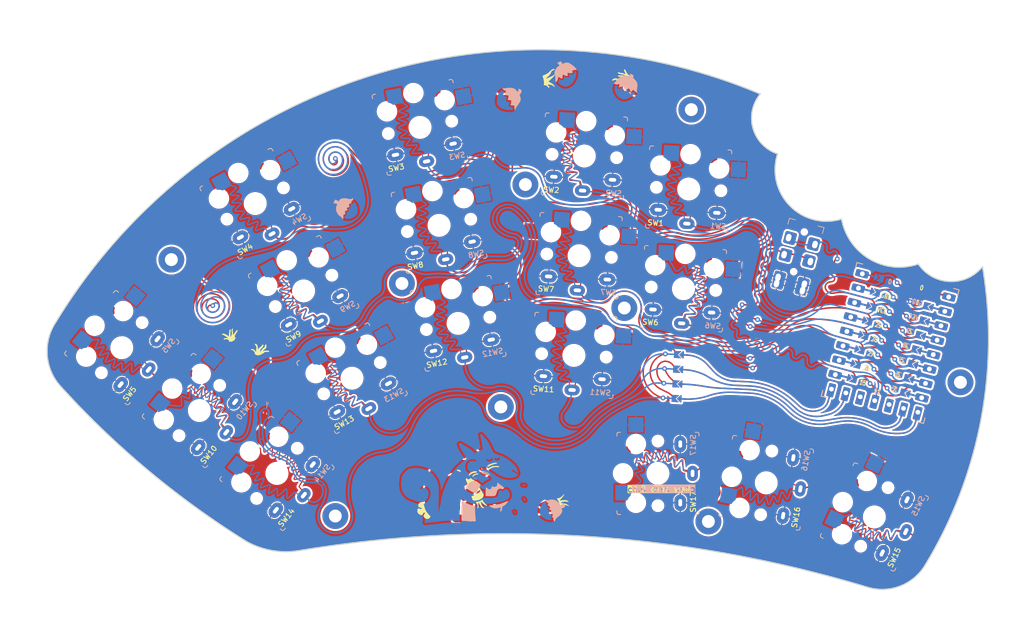
<source format=kicad_pcb>
(kicad_pcb (version 20240108) (generator "pcbnew") (generator_version "8.0")
  (layers (0 "F.Cu" signal) (31 "B.Cu" signal) (34 "B.Paste" user) (35 "F.Paste" user) (36 "B.SilkS" user "B.Silkscreen") (37 "F.SilkS" user "F.Silkscreen") (38 "B.Mask" user) (39 "F.Mask" user) (44 "Edge.Cuts" user))
  (net 0 "")
  (net 1 "gnd")
  (net 2 "vcc")
  (net 3 "Switch18")
  (net 4 "Switch1")
  (net 5 "Switch2")
  (net 6 "Switch3")
  (net 7 "Switch4")
  (net 8 "Switch5")
  (net 9 "Switch6")
  (net 10 "Switch7")
  (net 11 "Switch8")
  (net 12 "Switch9")
  (net 13 "Switch10")
  (net 14 "Switch11")
  (net 15 "Switch12")
  (net 16 "Switch13")
  (net 17 "Switch14")
  (net 18 "Switch15")
  (net 19 "Switch16")
  (net 20 "Switch17")
  (footprint "Kailh:TRRS-PJ-DPB2" (layer "F.Cu") (at 158.465857 81.856148 -15)
    (property "Reference" "J2" (hide yes))
    (property "Value" "AudioJack4dpb" (hide yes))
  )
  (footprint "* duckyb-collection:SW_PG1350_rev_DPB" (layer "F.Cu") (at 99.100143 98.965783 11)
    (property "Reference" "SW12" (hide yes))
    (property "Value" "SW_Push" (hide yes))
  )
  (footprint "BumWings_Library:RP2040-Zero" (layer "F.Cu") (at 160.930534 111.333056 -15)
    (property "Reference" "RZ1" (hide yes))
    (property "Value" "RP2040-Zero")
  )
  (footprint "LOGO" (layer "F.Cu") (at 128.745658 59.510571 -15)
    (property "Reference" "G***" (hide yes))
    (property "Value" "LOGO" (hide yes))
  )
  (footprint "clipboard:420c2a85-5b5b-48ff-b81a-8100f601aced" (layer "F.Cu") (at 136.136662 108.758541 -3)
    (property "Reference" "")
    (property "Value" "")
  )
  (footprint "LOGO" (layer "F.Cu") (at 60.74 102.74 1)
    (property "Reference" "G***" (hide yes))
    (property "Value" "LOGO" (hide yes))
  )
  (footprint "LOGO" (layer "F.Cu") (at 113.89 129.98 130)
    (property "Reference" "G***" (hide yes))
    (property "Value" "LOGO" (hide yes))
  )
  (footprint "LOGO" (layer "F.Cu") (at 111.265071 57.08426 80)
    (property "Reference" "G***" (hide yes))
    (property "Value" "LOGO" (hide yes))
  )
  (footprint "* duckyb-collection:SW_PG1350_rev_DPB" (layer "F.Cu") (at 137.472178 93.066994 -3)
    (property "Reference" "SW6" (hide yes))
    (property "Value" "SW_Push" (hide yes))
  )
  (footprint "* duckyb-collection:SW_PG1350_rev_DPB" (layer "F.Cu") (at 151.569968 126.121897 80)
    (property "Reference" "SW16" (hide yes))
    (property "Value" "SW_Push" (hide yes))
  )
  (footprint "" (layer "F.Cu") (at 141.72 132.7)
    (property "Reference" "")
    (property "Value" "")
  )
  (footprint "clipboard:420c2a85-5b5b-48ff-b81a-8100f601aced" (layer "F.Cu") (at 136.398342 103.765393 -3)
    (property "Reference" "")
    (property "Value" "")
  )
  (footprint "* duckyb-collection:SW_PG1350_rev_DPB" (layer "F.Cu") (at 64.551096 78.563424 29)
    (property "Reference" "SW4" (hide yes))
    (property "Value" "SW_Push" (hide yes))
  )
  (footprint "* duckyb-collection:SW_PG1350_rev_DPB" (layer "F.Cu") (at 68.24874 124.504304 51)
    (property "Reference" "SW14" (hide yes))
    (property "Value" "SW_Push" (hide yes))
  )
  (footprint "" (layer "F.Cu") (at 50.27 88.11)
    (property "Reference" "")
    (property "Value" "")
  )
  (footprint "LOGO" (layer "F.Cu") (at 65.15 105.36 1)
    (property "Reference" "G***" (hide yes))
    (property "Value" "LOGO" (hide yes))
  )
  (footprint "* duckyb-collection:SW_PG1350_rev_DPB" (layer "F.Cu") (at 72.792861 93.43196 29)
    (property "Reference" "SW9" (hide yes))
    (property "Value" "SW_Push" (hide yes))
  )
  (footprint "* duckyb-collection:SW_PG1350_rev_DPB" (layer "F.Cu") (at 120.595441 70.466826 -3)
    (property "Reference" "SW2" (hide yes))
    (property "Value" "SW_Push" (hide yes))
  )
  (footprint "" (layer "F.Cu") (at 138.81 62.57)
    (property "Reference" "")
    (property "Value" "")
  )
  (footprint "* duckyb-collection:SW_PG1350_rev_DPB" (layer "F.Cu") (at 81.034624 108.300494 29)
    (property "Reference" "SW13" (hide yes))
    (property "Value" "SW_Push" (hide yes))
  )
  (footprint "clipboard:420c2a85-5b5b-48ff-b81a-8100f601aced" (layer "F.Cu") (at 136.005822 111.255115 -3)
    (property "Reference" "")
    (property "Value" "")
  )
  (footprint "LOGO" (layer "F.Cu") (at 99.463241 123.228808 2)
    (property "Reference" "G***" (hide yes))
    (property "Value" "LOGO" (hide yes))
  )
  (footprint "" (layer "F.Cu") (at 184.64 109)
    (property "Reference" "")
    (property "Value" "")
  )
  (footprint "* duckyb-collection:SW_PG1350_rev_DPB" (layer "F.Cu") (at 169.979999 131.92572 65)
    (property "Reference" "SW15" (hide yes))
    (property "Value" "SW_Push" (hide yes))
  )
  (footprint "clipboard:420c2a85-5b5b-48ff-b81a-8100f601aced" (layer "F.Cu") (at 136.267502 106.261967 -3)
    (property "Reference" "")
    (property "Value" "")
  )
  (footprint "* duckyb-collection:SW_PG1350_rev_DPB" (layer "F.Cu") (at 41.825778 103.107413 51)
    (property "Reference" "SW5" (hide yes))
    (property "Value" "SW_Push" (hide yes))
  )
  (footprint "" (layer "F.Cu") (at 78.188929 131.772173)
    (property "Reference" "")
    (property "Value" "")
  )
  (footprint "* duckyb-collection:SW_PG1350_rev_DPB" (layer "F.Cu") (at 119.705729 87.443528 -3)
    (property "Reference" "SW7" (hide yes))
    (property "Value" "SW_Push" (hide yes))
  )
  (footprint "* duckyb-collection:SW_PG1350_rev_DPB" (layer "F.Cu") (at 95.85639 82.27812 11)
    (property "Reference" "SW8" (hide yes))
    (property "Value" "SW_Push" (hide yes))
  )
  (footprint "* duckyb-collection:SW_PG1350_rev_DPB" (layer "F.Cu") (at 138.361889 76.090292 -3)
    (property "Reference" "SW1" (hide yes))
    (property "Value" "SW_Push" (hide yes))
  )
  (footprint "* duckyb-collection:SW_PG1350_rev_DPB" (layer "F.Cu") (at 92.612637 65.590458 11)
    (property "Reference" "SW3" (hide yes))
    (property "Value" "SW_Push" (hide yes))
  )
  (footprint "* duckyb-collection:SW_PG1350_rev_DPB" (layer "F.Cu") (at 55.037259 113.805858 51)
    (property "Reference" "SW10" (hide yes))
    (property "Value" "SW_Push" (hide yes))
  )
  (footprint "* duckyb-collection:SW_PG1350_rev_DPB" (layer "F.Cu") (at 133.12631 124.510908 90)
    (property "Reference" "SW17" (hide yes))
    (property "Value" "SW_Push" (hide yes))
  )
  (footprint "* duckyb-collection:SW_PG1350_rev_DPB" (layer "F.Cu") (at 118.816018 104.42023 -3)
    (property "Reference" "SW11" (hide yes))
    (property "Value" "SW_Push" (hide yes))
  )
  (footprint "kbd:Tenting_Puck2" (layer "F.Cu") (at 108.465045 94.259561 -6.3)
    (property "Reference" "REF**" (hide yes))
    (property "Value" "Tenting Puck" (hide yes))
  )
  (footprint "LOGO" (layer "B.Cu") (at 67.836191 113.783843 -43)
    (property "Reference" "G***" (hide yes))
    (property "Value" "LOGO" (hide yes))
  )
  (footprint "LOGO" (layer "B.Cu") (at 107.73 60.92 120)
    (property "Reference" "G***" (hide yes))
    (property "Value" "LOGO" (hide yes))
  )
  (footprint "LOGO" (layer "B.Cu") (at 80.15 79.22 -145)
    (property "Reference" "G***" (hide yes))
    (property "Value" "LOGO" (hide yes))
  )
  (footprint "LOGO" (layer "B.Cu") (at 117.3 56.52 150)
    (property "Reference" "G***" (hide yes))
    (property "Value" "LOGO" (hide yes))
  )
  (footprint "LOGO" (layer "B.Cu") (at 127.63 58.77 160)
    (property "Reference" "G***" (hide yes))
    (property "Value" "LOGO" (hide yes))
  )
  (footprint "LOGO" (layer "B.Cu") (at 66.621125 112.295684 122)
    (property "Reference" "G***" (hide yes))
    (property "Value" "LOGO" (hide yes))
  )
  (footprint "LOGO" (layer "B.Cu") (at 68.150019 113.333546 -23)
    (property "Reference" "G***" (hide yes))
    (property "Value" "LOGO" (hide yes))
  )
  (footprint "LOGO" (layer "B.Cu") (at 115.04 130.87 85)
    (property "Reference" "G***" (hide yes))
    (property "Value" "LOGO" (hide yes))
  )
  (footprint "LOGO" (layer "B.Cu") (at 98.91084 123.897138 -179)
    (property "Reference" "G***" (hide yes))
    (property "Value" "LOGO" (hide yes))
  )
  (gr_arc (start 70.222647 122.566706) (mid 70.255793 122.499601) (end 70.314364 122.453007) (stroke (width 0.05)) (layer "B.SilkS"))
  (gr_arc (start 69.057962 121.906656) (mid 69.076803 121.819598) (end 69.126341 121.745569) (stroke (width 0.05)) (layer "B.SilkS"))
  (gr_arc (start 74.669794 125.910131) (mid 74.638096 125.801905) (end 74.683505 125.698678) (stroke (width 0.05)) (layer "B.SilkS"))
  (gr_arc (start 66.299185 120.292932) (mid 66.365542 120.21288) (end 66.456841 120.16312) (stroke (width 0.05)) (layer "B.SilkS"))
  (gr_arc (start 71.026865 123.72969) (mid 71.095208 123.666084) (end 71.18812 123.656912) (stroke (width 0.05)) (layer "B.SilkS"))
  (gr_arc (start 76.022966 126.617813) (mid 76.077011 126.561744) (end 76.153469 126.546912) (stroke (width 0.05)) (layer "B.SilkS"))
  (gr_arc (start 72.950652 125.812079) (mid 72.937194 125.714989) (end 72.993369 125.634666) (stroke (width 0.05)) (layer "B.SilkS"))
  (gr_arc (start 67.543451 121.277363) (mid 67.58 121.18) (end 67.64196 121.096475) (stroke (width 0.05)) (layer "B.SilkS"))
  (gr_arc (start 71.646824 125.072364) (mid 71.685922 125.019075) (end 71.739932 124.98098) (stroke (width 0.05)) (layer "B.SilkS"))
  (gr_arc (start 65.507235 118.729183) (mid 65.599183 118.661436) (end 65.713126 118.653625) (stroke (width 0.05)) (layer "B.SilkS"))
  (gr_arc (start 56.061848 113.796003) (mid 56.070033 113.68344) (end 56.120761 113.582627) (stroke (width 0.05)) (layer "F.SilkS"))
  (gr_arc (start 31.54 109.82) (mid 29.139107 104.441157) (end 30.62 98.74) (stroke (width 0.2)) (layer "Edge.Cuts"))
  (gr_arc (start 164.4 81.2) (mid 155.585268 78.954106) (end 153.5 70.1) (stroke (width 0.2)) (layer "Edge.Cuts"))
  (gr_arc (start 188.4 89.3) (mid 188.097567 115.544927) (end 178.67 140.04) (stroke (width 0.2)) (layer "Edge.Cuts"))
  (gr_arc (start 178.67 140.04) (mid 174.418328 143.675159) (end 168.828863 143.896452) (stroke (width 0.2)) (layer "Edge.Cuts"))
  (gr_arc (start 177.46 88.86) (mid 169.172585 88.026325) (end 164.4 81.2) (stroke (width 0.2)) (layer "Edge.Cuts"))
  (gr_arc (start 63.05 136.1) (mid 46.384788 124.051354) (end 31.54 109.82) (stroke (width 0.2)) (layer "Edge.Cuts"))
  (gr_arc (start 72.33 137.61) (mid 120.93861 135.239735) (end 168.828863 143.896452) (stroke (width 0.2)) (layer "Edge.Cuts"))
  (gr_arc (start 30.62 98.74) (mid 83.375574 57.058765) (end 150.55 59.9) (stroke (width 0.2)) (layer "Edge.Cuts"))
  (gr_arc (start 72.33 137.61) (mid 67.557893 137.66689) (end 63.05 136.1) (stroke (width 0.2)) (layer "Edge.Cuts"))
  (gr_arc (start 188.4 89.3) (mid 182.818971 91.840574) (end 177.46 88.86) (stroke (width 0.2)) (layer "Edge.Cuts"))
  (gr_arc (start 153.5 70.1) (mid 149.318606 65.782731) (end 150.55 59.9) (stroke (width 0.2)) (layer "Edge.Cuts"))
  (gr_text "chew zéro 0.1" (at 134.13 127.76 0) (layer "B.SilkS" knockout) (effects (font (size 1 1)) (justify bottom mirror)))
  (gr_text "chew zéro 0.1" (at 133.33 127.82 0) (layer "F.SilkS" knockout) (effects (font (size 1 1)) (justify bottom)))
  (segment (start 174.417189 115.236654) (end 174.959463 113.447236) (width 0.25) (layer "F.Cu") (net 0))
  (segment (start 141.723064 111.299606) (end 141.817917 111.267989) (width 0.25) (layer "F.Cu") (net 0))
  (segment (start 177.412914 114.104637) (end 176.981706 115.792869) (width 0.25) (layer "F.Cu") (net 0))
  (segment (start 155.552177 112.462126) (end 156.633754 113.453571) (width 0.25) (layer "F.Cu") (net 0))
  (segment (start 156.204968 112.146681) (end 157.164918 113.017896) (width 0.25) (layer "F.Cu") (net 0))
  (segment (start 161.866276 116.062152) (end 164.10572 115.69406) (width 0.25) (layer "F.Cu") (net 0))
  (segment (start 154.661243 113.327741) (end 155.568991 114.168524) (width 0.25) (layer "F.Cu") (net 0))
  (segment (start 161.323306 114.68068) (end 162.111316 114.496101) (width 0.25) (layer "F.Cu") (net 0))
  (segment (start 144.0044 110.012846) (end 148.668809 110.231065) (width 0.25) (layer "F.Cu") (net 0))
  (segment (start 146.252561 109.514836) (end 148.727419 109.62733) (width 0.25) (layer "F.Cu") (net 0))
  (segment (start 170.011323 116.231432) (end 170.298277 116.39124) (width 0.25) (layer "F.Cu") (net 0))
  (segment (start 136.744591 111.808127) (end 137.681738 111.854116) (width 0.25) (layer "F.Cu") (net 0))
  (segment (start 161.818796 115.46052) (end 163.757339 115.141576) (width 0.25) (layer "F.Cu") (net 0))
  (segment (start 137.137111 104.318405) (end 138.141283 104.36414) (width 0.25) (layer "F.Cu") (net 0))
  (segment (start 164.813097 111.944068) (end 165.145656 110.817635) (width 0.25) (layer "F.Cu") (net 0))
  (segment (start 146.17768 108.804056) (end 148.334295 108.901531) (width 0.25) (layer "F.Cu") (net 0))
  (segment (start 137.006271 106.814979) (end 137.780528 106.865101) (width 0.25) (layer "F.Cu") (net 0))
  (segment (start 141.507347 105.949343) (end 142.543835 107.093517) (width 0.25) (layer "F.Cu") (net 0))
  (segment (start 162.692205 110.160234) (end 162.09 112.26) (width 0.25) (layer "F.Cu") (net 0))
  (segment (start 145.895933 110.706022) (end 148.741368 110.842331) (width 0.25) (layer "F.Cu") (net 0))
  (segment (start 155.159241 112.934864) (end 156.030009 113.734258) (width 0.25) (layer "F.Cu") (net 0))
  (arc (start 173.626566 116.284479) (mid 171.977186 116.798605) (end 170.298277 116.39124) (width 0.25) (layer "F.Cu") (net 0))
  (arc (start 169.484373 116.61631) (mid 172.080139 117.557919) (end 174.839282 117.665176) (width 0.25) (layer "F.Cu") (net 0))
  (arc (start 136.9444 109.295829) (mid 138.961805 109.414501) (end 140.9644 109.685829) (width 0.25) (layer "F.Cu") (net 0))
  (arc (start 141.507347 105.949343) (mid 139.982762 104.820291) (end 138.141283 104.36414) (width 0.25) (layer "F.Cu") (net 0))
  (arc (start 164.813097 111.944068) (mid 163.806315 113.584385) (end 162.111316 114.496101) (width 0.25) (layer "F.Cu") (net 0))
  (arc (start 170.011323 116.231432) (mid 166.976638 115.156814) (end 163.757339 115.141576) (width 0.25) (layer "F.Cu") (net 0))
  (arc (start 148.741368 110.842331) (mid 151.920787 111.562264) (end 154.661243 113.327741) (width 0.25) (layer "F.Cu") (net 0))
  (arc (start 137.780528 106.865101) (mid 139.873557 107.259819) (end 141.809878 108.147661) (width 0.25) (layer "F.Cu") (net 0))
  (arc (start 144.2344 110.025829) (mid 142.593419 109.91335) (end 140.9644 109.685829) (width 0.25) (layer "F.Cu") (net 0))
  (arc (start 146.252561 109.514836) (mid 143.944241 109.113887) (end 141.809878 108.147661) (width 0.25) (layer "F.Cu") (net 0))
  (arc (start 141.723064 111.299606) (mid 139.728175 111.764707) (end 137.681738 111.854116) (width 0.25) (layer "F.Cu") (net 0))
  (arc (start 155.552177 112.462126) (mid 152.389136 110.444447) (end 148.727419 109.62733) (width 0.25) (layer "F.Cu") (net 0))
  (arc (start 173.626566 116.284479) (mid 174.115093 115.830898) (end 174.417189 115.236654) (width 0.25) (layer "F.Cu") (net 0))
  (arc (start 169.484373 116.61631) (mid 166.872476 115.703608) (end 164.10572 115.69406) (width 0.25) (layer "F.Cu") (net 0))
  (arc (start 156.204968 112.146681) (mid 152.553092 109.836609) (end 148.334295 108.901531) (width 0.25) (layer "F.Cu") (net 0))
  (arc (start 157.164918 113.017896) (mid 158.913999 113.871521) (end 160.848115 113.654282) (width 0.25) (layer "F.Cu") (net 0))
  (arc (start 176.981706 115.792869) (mid 176.201364 117.061859) (end 174.839282 117.665176) (width 0.25) (layer "F.Cu") (net 0))
  (arc (start 148.668809 110.231065) (mid 152.151637 111.012579) (end 155.159241 112.934864) (width 0.25) (layer "F.Cu") (net 0))
  (arc (start 162.09 112.26) (mid 161.628012 113.098721) (end 160.848115 113.654282) (width 0.25) (layer "F.Cu") (net 0))
  (arc (start 156.030009 113.734258) (mid 158.725546 115.264229) (end 161.818796 115.46052) (width 0.25) (layer "F.Cu") (net 0))
  (arc (start 155.568991 114.168524) (mid 158.498431 115.844298) (end 161.866276 116.062152) (width 0.25) (layer "F.Cu") (net 0))
  (arc (start 156.633754 113.453571) (mid 158.826425 114.648414) (end 161.323306 114.68068) (width 0.25) (layer "F.Cu") (net 0))
  (arc (start 146.17768 108.804056) (mid 144.189706 108.312167) (end 142.543835 107.093517) (width 0.25) (layer "F.Cu") (net 0))
  (arc (start 141.817917 111.267989) (mid 143.830887 110.798054) (end 145.895933 110.706022) (width 0.25) (layer "F.Cu") (net 0))
  (segment (start 141.724949 111.295324) (end 141.819802 111.263707) (width 0.25) (layer "B.Cu") (net 0))
  (segment (start 155.554062 112.457844) (end 156.635639 113.449289) (width 0.25) (layer "B.Cu") (net 0))
  (segment (start 174.419074 115.232372) (end 174.961348 113.442954) (width 0.25) (layer "B.Cu") (net 0))
  (segment (start 164.814982 111.939786) (end 165.147541 110.813353) (width 0.25) (layer "B.Cu") (net 0))
  (segment (start 146.179565 108.799774) (end 148.33618 108.897249) (width 0.25) (layer "B.Cu") (net 0))
  (segment (start 154.663128 113.323459) (end 155.570876 114.164242) (width 0.25) (layer "B.Cu") (net 0))
  (segment (start 161.868161 116.05787) (end 164.107605 115.689778) (width 0.25) (layer "B.Cu") (net 0))
  (segment (start 161.325191 114.676398) (end 162.113201 114.491819) (width 0.25) (layer "B.Cu") (net 0))
  (segment (start 146.254446 109.510554) (end 148.729304 109.623048) (width 0.25) (layer "B.Cu") (net 0))
  (segment (start 144.006285 110.008564) (end 148.670694 110.226783) (width 0.25) (layer "B.Cu") (net 0))
  (segment (start 137.008156 106.810697) (end 137.782413 106.860819) (width 0.25) (layer "B.Cu") (net 0))
  (segment (start 162.69409 110.155952) (end 162.091885 112.255718) (width 0.25) (layer "B.Cu") (net 0))
  (segment (start 155.161126 112.930582) (end 156.031894 113.729976) (width 0.25) (layer "B.Cu") (net 0))
  (segment (start 145.897818 110.70174) (end 148.743253 110.838049) (width 0.25) (layer "B.Cu") (net 0))
  (segment (start 177.414799 114.100355) (end 176.983591 115.788587) (width 0.25) (layer "B.Cu") (net 0))
  (segment (start 136.746476 111.803845) (end 137.683623 111.849834) (width 0.25) (layer "B.Cu") (net 0))
  (segment (start 137.138996 104.314123) (end 138.143168 104.359858) (width 0.25) (layer "B.Cu") (net 0))
  (segment (start 141.509232 105.945061) (end 142.54572 107.089235) (width 0.25) (layer "B.Cu") (net 0))
  (segment (start 156.206853 112.142399) (end 157.166803 113.013614) (width 0.25) (layer "B.Cu") (net 0))
  (segment (start 161.820681 115.456238) (end 163.759224 115.137294) (width 0.25) (layer "B.Cu") (net 0))
  (segment (start 170.013208 116.22715) (end 170.300162 116.386958) (width 0.25) (layer "B.Cu") (net 0))
  (arc (start 144.236285 110.021547) (mid 142.595304 109.909068) (end 140.966285 109.681547) (width 0.25) (layer "B.Cu") (net 0))
  (arc (start 157.166803 113.013614) (mid 158.915884 113.867239) (end 160.85 113.65) (width 0.25) (layer "B.Cu") (net 0))
  (arc (start 169.486258 116.612028) (mid 166.874361 115.699326) (end 164.107605 115.689778) (width 0.25) (layer "B.Cu") (net 0))
  (arc (start 148.743253 110.838049) (mid 151.922672 111.557982) (end 154.663128 113.323459) (width 0.25) (layer "B.Cu") (net 0))
  (arc (start 141.724949 111.295324) (mid 139.73006 111.760425) (end 137.683623 111.849834) (width 0.25) (layer "B.Cu") (net 0))
  (arc (start 148.670694 110.226783) (mid 152.153522 111.008297) (end 155.161126 112.930582) (width 0.25) (layer "B.Cu") (net 0))
  (arc (start 156.206853 112.142399) (mid 152.554977 109.832327) (end 148.33618 108.897249) (width 0.25) (layer "B.Cu") (net 0))
  (arc (start 173.628451 116.280197) (mid 174.116978 115.826616) (end 174.419074 115.232372) (width 0.25) (layer "B.Cu") (net 0))
  (arc (start 155.570876 114.164242) (mid 158.500316 115.840016) (end 161.868161 116.05787) (width 0.25) (layer "B.Cu") (net 0))
  (arc (start 156.635639 113.449289) (mid 158.82831 114.644132) (end 161.325191 114.676398) (width 0.25) (layer "B.Cu") (net 0))
  (arc (start 176.983591 115.788587) (mid 176.203249 117.057577) (end 174.841167 117.660894) (width 0.25) (layer "B.Cu") (net 0))
  (arc (start 162.091885 112.255718) (mid 161.629897 113.094439) (end 160.85 113.65) (width 0.25) (layer "B.Cu") (net 0))
  (arc (start 141.509232 105.945061) (mid 139.984647 104.816009) (end 138.143168 104.359858) (width 0.25) (layer "B.Cu") (net 0))
  (arc (start 146.179565 108.799774) (mid 144.191591 108.307885) (end 142.54572 107.089235) (width 0.25) (layer "B.Cu") (net 0))
  (arc (start 169.486258 116.612028) (mid 172.082024 117.553637) (end 174.841167 117.660894) (width 0.25) (layer "B.Cu") (net 0))
  (arc (start 137.782413 106.860819) (mid 139.875442 107.255537) (end 141.811763 108.143379) (width 0.25) (layer "B.Cu") (net 0))
  (arc (start 164.814982 111.939786) (mid 163.8082 113.580103) (end 162.113201 114.491819) (width 0.25) (layer "B.Cu") (net 0))
  (arc (start 136.946285 109.291547) (mid 138.96369 109.410219) (end 140.966285 109.681547) (width 0.25) (layer "B.Cu") (net 0))
  (arc (start 170.013208 116.22715) (mid 166.978523 115.152532) (end 163.759224 115.137294) (width 0.25) (layer "B.Cu") (net 0))
  (arc (start 156.031894 113.729976) (mid 158.727431 115.259947) (end 161.820681 115.456238) (width 0.25) (layer "B.Cu") (net 0))
  (arc (start 141.819802 111.263707) (mid 143.832772 110.793772) (end 145.897818 110.70174) (width 0.25) (layer "B.Cu") (net 0))
  (arc (start 146.254446 109.510554) (mid 143.946126 109.109605) (end 141.811763 108.143379) (width 0.25) (layer "B.Cu") (net 0))
  (arc (start 155.554062 112.457844) (mid 152.391021 110.440165) (end 148.729304 109.623048) (width 0.25) (layer "B.Cu") (net 0))
  (arc (start 173.628451 116.280197) (mid 171.979071 116.794323) (end 170.300162 116.386958) (width 0.25) (layer "B.Cu") (net 0))
  (segment (start 161.808892 93.326976) (end 161.765145 93.261708) (width 0.25) (layer "F.Cu") (net 2))
  (segment (start 163.451398 88.936251) (end 163.402964 88.90302) (width 0.25) (layer "F.Cu") (net 2))
  (segment (start 163.66 87.99) (end 163.63 88.05) (width 0.25) (layer "F.Cu") (net 2))
  (segment (start 162.997025 90.941222) (end 162.764662 90.784036) (width 0.25) (layer "F.Cu") (net 2))
  (segment (start 163.622908 87.994706) (end 163.66 87.99) (width 0.25) (layer "F.Cu") (net 2))
  (segment (start 165.634076 93.856361) (end 169.176368 94.805515) (width 0.25) (layer "F.Cu") (net 2))
  (segment (start 162.986595 89.873296) (end 163.226748 89.84514) (width 0.25) (layer "F.Cu") (net 2))
  (segment (start 162.339527 91.926426) (end 162.800397 91.848338) (width 0.25) (layer "F.Cu") (net 2))
  (via (at 163.66 87.99) (size 0.8) (drill 0.4) (layers "F.Cu" "B.Cu") (net 2))
  (arc (start 169.176368 94.805515) (mid 169.89 95.32) (end 169.976368 96.195515) (width 0.25) (layer "F.Cu") (net 2))
  (arc (start 162.986595 89.873296) (mid 162.559033 90.251516) (end 162.764662 90.784036) (width 0.25) (layer "F.Cu") (net 2))
  (arc (start 162.997025 90.941222) (mid 163.205522 91.461285) (end 162.800397 91.848338) (width 0.25) (layer "F.Cu") (net 2))
  (arc (start 161.808892 93.326976) (mid 162.352674 93.764673) (end 163.048888 93.815293) (width 0.25) (layer "F.Cu") (net 2))
  (arc (start 163.622908 87.994706) (mid 163.19988 88.373058) (end 163.402964 88.90302) (width 0.25) (layer "F.Cu") (net 2))
  (arc (start 165.634076 93.856361) (mid 164.34412 93.676089) (end 163.048888 93.815293) (width 0.25) (layer "F.Cu") (net 2))
  (arc (start 163.226748 89.84514) (mid 163.653919 89.468516) (end 163.451398 88.936251) (width 0.25) (layer "F.Cu") (net 2))
  (arc (start 161.765145 93.261708) (mid 161.68902 92.437784) (end 162.339527 91.926426) (width 0.25) (layer "F.Cu") (net 2))
  (segment (start 159.543479 85.581298) (end 159.859267 85.542394) (width 0.25) (layer "B.Cu") (net 2))
  (segment (start 160.865636 85.166805) (end 159.859267 85.542394) (width 0.25) (layer "B.Cu") (net 2))
  (segment (start 161.869239 86.34389) (end 161.922354 86.050042) (width 0.25) (layer "B.Cu") (net 2))
  (segment (start 163.66 87.99) (end 163.639333 87.126123) (width 0.25) (layer "B.Cu") (net 2))
  (arc (start 162.773729 86.797165) (mid 162.151849 86.909028) (end 161.869239 86.34389) (width 0.25) (layer "B.Cu") (net 2))
  (arc (start 163.639333 87.126123) (mid 163.3171 86.670697) (end 162.773729 86.797165) (width 0.25) (layer "B.Cu") (net 2))
  (arc (start 161.922354 86.050042) (mid 161.650797 85.301182) (end 160.865636 85.166805) (width 0.25) (layer "B.Cu") (net 2))
  (arc (start 159.543479 85.581298) (mid 157.336947 85.402042) (end 155.381852 84.363379) (width 0.25) (layer "B.Cu") (net 2))
  (segment (start 150.068192 93.456788) (end 150.283084 93.43162) (width 0.25) (layer "F.Cu") (net 3))
  (segment (start 151.117386 89.941734) (end 150.958524 89.826198) (width 0.25) (layer "F.Cu") (net 3))
  (segment (start 147.46 95.79) (end 149.25254 95.858287) (width 0.25) (layer "F.Cu") (net 3))
  (segment (start 154.007791 86.784417) (end 154.605395 87.261158) (width 0.25) (layer "F.Cu") (net 3))
  (segment (start 158.924906 88.318101) (end 159.082809 88.440172) (width 0.25) (layer "F.Cu") (net 3))
  (via (at 147.46 95.79) (size 0.8) (drill 0.4) (layers "F.Cu" "B.Cu") (net 3))
  (arc (start 151.289308 88.597172) (mid 151.816115 88.195756) (end 151.699735 87.543746) (width 0.25) (layer "F.Cu") (net 3))
  (arc (start 151.289308 88.597172) (mid 150.701284 89.097937) (end 150.958524 89.826198) (width 0.25) (layer "F.Cu") (net 3))
  (arc (start 149.25254 95.858287) (mid 150.031674 95.339871) (end 149.785049 94.437109) (width 0.25) (layer "F.Cu") (net 3))
  (arc (start 151.699735 87.543746) (mid 151.555503 86.765401) (end 152.175526 86.273265) (width 0.25) (layer "F.Cu") (net 3))
  (arc (start 158.924906 88.318101) (mid 156.877305 87.331409) (end 154.605395 87.261158) (width 0.25) (layer "F.Cu") (net 3))
  (arc (start 154.007791 86.784417) (mid 153.143525 86.342473) (end 152.175526 86.273265) (width 0.25) (layer "F.Cu") (net 3))
  (arc (start 150.610315 92.161578) (mid 150.882094 92.908781) (end 150.283084 93.43162) (width 0.25) (layer "F.Cu") (net 3))
  (arc (start 150.610315 92.161578) (mid 150.339647 91.450106) (end 150.890555 90.924797) (width 0.25) (layer "F.Cu") (net 3))
  (arc (start 149.785049 94.437109) (mid 149.600897 93.85287) (end 150.068192 93.456788) (width 0.25) (layer "F.Cu") (net 3))
  (arc (start 151.117386 89.941734) (mid 151.329097 90.508283) (end 150.890555 90.924797) (width 0.25) (layer "F.Cu") (net 3))
  (segment (start 147.609357 101.352435) (end 147.30145 101.472767) (width 0.25) (layer "B.Cu") (net 3))
  (segment (start 146.39848 96.769887) (end 146.573162 96.755095) (width 0.25) (layer "B.Cu") (net 3))
  (segment (start 170.62 110.05) (end 170.048161 112.126605) (width 0.25) (layer "B.Cu") (net 3))
  (segment (start 154.839026 103.535572) (end 154.486754 103.861341) (width 0.25) (layer "B.Cu") (net 3))
  (segment (start 157.121138 104.766871) (end 157.290131 104.587444) (width 0.25) (layer "B.Cu") (net 3))
  (segment (start 161.208046 105.79657) (end 165.46 106.96) (width 0.25) (layer "B.Cu") (net 3))
  (segment (start 152.22604 102.745341) (end 151.860555 103.108251) (width 0.25) (layer "B.Cu") (net 3))
  (segment (start 150.63833 102.587892) (end 150.638743 102.562178) (width 0.25) (layer "B.Cu") (net 3))
  (segment (start 156.010296 104.251184) (end 156.023466 104.135876) (width 0.25) (layer "B.Cu") (net 3))
  (segment (start 158.555941 105.638048) (end 158.554571 105.087332) (width 0.25) (layer "B.Cu") (net 3))
  (segment (start 149.769286 102.21731) (end 149.759697 102.227831) (width 0.25) (layer "B.Cu") (net 3))
  (segment (start 149.759697 102.227831) (end 149.62966 102.370521) (width 0.25) (layer "B.Cu") (net 3))
  (arc (start 169.76 107.91) (mid 170.555065 108.833292) (end 170.62 110.05) (width 0.25) (layer "B.Cu") (net 3))
  (arc (start 145.965054 98.699107) (mid 146.277957 98.277152) (end 146.083702 97.789083) (width 0.25) (layer "B.Cu") (net 3))
  (arc (start 146.565058 100.655387) (mid 146.565363 100.108097) (end 146.119634 99.790523) (width 0.25) (layer "B.Cu") (net 3))
  (arc (start 146.39848 96.769887) (mid 145.897383 97.173334) (end 146.083702 97.789083) (width 0.25) (layer "B.Cu") (net 3))
  (arc (start 157.290131 104.587444) (mid 158.09185 104.408647) (end 158.554571 105.087332) (width 0.25) (layer "B.Cu") (net 3))
  (arc (start 154.839026 103.535572) (mid 155.640006 103.423825) (end 156.023466 104.135876) (width 0.25) (layer "B.Cu") (net 3))
  (arc (start 149.769286 102.21731) (mid 150.323169 102.089342) (end 150.638743 102.562178) (width 0.25) (layer "B.Cu") (net 3))
  (arc (start 167.72 107.28) (mid 168.785959 107.44618) (end 169.76 107.91) (width 0.25) (layer "B.Cu") (net 3))
  (arc (start 147.46 95.79) (mid 147.204623 96.445332) (end 146.573162 96.755095) (width 0.25) (layer "B.Cu") (net 3))
  (arc (start 152.22604 102.745341) (mid 152.920818 102.62859) (end 153.262607 103.244648) (width 0.25) (layer "B.Cu") (net 3))
  (arc (start 154.486754 103.861341) (mid 153.660776 103.977599) (end 153.262607 103.244648) (width 0.25) (layer "B.Cu") (net 3))
  (arc (start 148.474102 101.933189) (mid 148.903315 102.544409) (end 149.62966 102.370521) (width 0.25) (layer "B.Cu") (net 3))
  (arc (start 165.46 106.96) (mid 166.579284 107.195684) (end 167.72 107.28) (width 0.25) (layer "B.Cu") (net 3))
  (arc (start 146.565058 100.655387) (mid 146.650635 101.318693) (end 147.30145 101.472767) (width 0.25) (layer "B.Cu") (net 3))
  (arc (start 161.208046 105.79657) (mid 160.433557 105.786905) (end 159.752616 106.156022) (width 0.25) (layer "B.Cu") (net 3))
  (arc (start 157.121138 104.766871) (mid 156.379709 104.909709) (end 156.010296 104.251184) (width 0.25) (layer "B.Cu") (net 3))
  (arc (start 148.474102 101.933189) (mid 148.193634 101.416625) (end 147.609357 101.352435) (width 0.25) (layer "B.Cu") (net 3))
  (arc (start 146.119634 99.790523) (mid 145.63298 99.302794) (end 145.965054 98.699107) (width 0.25) (layer "B.Cu") (net 3))
  (arc (start 159.752616 106.156022) (mid 158.98464 106.28897) (end 158.555941 105.638048) (width 0.25) (layer "B.Cu") (net 3))
  (arc (start 151.860555 103.108251) (mid 151.074414 103.259181) (end 150.63833 102.587892) (width 0.25) (layer "B.Cu") (net 3))
  (segment (start 164.980281 91.015881) (end 169.81 92.31) (width 0.25) (layer "B.Cu") (net 4))
  (segment (start 151.12615 91.52625) (end 152.158799 87.381886) (width 0.25) (layer "B.Cu") (net 4))
  (segment (start 151.552069 83.369422) (end 151.41301 83.140083) (width 0.25) (layer "B.Cu") (net 4))
  (arc (start 146.54 81.9) (mid 142.437665 83.0097) (end 138.3 82.04) (width 0.25) (layer "B.Cu") (net 4))
  (arc (start 171.19 91.64) (mid 170.628568 92.239813) (end 169.81 92.31) (width 0.25) (layer "B.Cu") (net 4))
  (arc (start 151.12615 91.52625) (mid 151.210872 94.031556) (end 152.60512 96.114776) (width 0.25) (layer "B.Cu") (net 4))
  (arc (start 160.43 93.84) (mid 162.237417 91.408836) (end 165.25 91.09) (width 0.25) (layer "B.Cu") (net 4))
  (arc (start 152.16 87.38) (mid 152.256928 85.313943) (end 151.552069 83.369422) (width 0.25) (layer "B.Cu") (net 4))
  (arc (start 146.54 81.9) (mid 149.296093 81.499039) (end 151.47 83.24) (width 0.25) (layer "B.Cu") (net 4))
  (arc (start 152.60512 96.114776) (mid 154.840895 97.201432) (end 157.323815 97.080307) (width 0.25) (layer "B.Cu") (net 4))
  (arc (start 157.323815 97.080307) (mid 159.319771 95.837843) (end 160.445018 93.773519) (width 0.25) (layer "B.Cu") (net 4))
  (segment (start 150.418398 91.578327) (end 151.555935 86.983071) (width 0.25) (layer "B.Cu") (net 5))
  (segment (start 151.939799 96.368476) (end 152.267104 96.651549) (width 0.25) (layer "B.Cu") (net 5))
  (segment (start 164.343556 93.476562) (end 169.171432 94.770187) (width 0.25) (layer "B.Cu") (net 5))
  (segment (start 157.360337 97.703052) (end 157.865468 97.543536) (width 0.25) (layer "B.Cu") (net 5))
  (segment (start 151.061497 83.761932) (end 150.971199 83.614052) (width 0.25) (layer "B.Cu") (net 5))
  (arc (start 161.14 94.74) (mid 162.591097 93.545901) (end 164.47 93.51) (width 0.25) (layer "B.Cu") (net 5))
  (arc (start 152.267104 96.651549) (mid 154.676819 97.840418) (end 157.360337 97.703052) (width 0.25) (layer "B.Cu") (net 5))
  (arc (start 146.79 82.45) (mid 143.609663 83.766856) (end 140.19 84.16) (width 0.25) (layer "B.Cu") (net 5))
  (arc (start 151.061497 83.761932) (mid 151.631777 85.321912) (end 151.557136 86.981185) (width 0.25) (layer "B.Cu") (net 5))
  (arc (start 140.19 84.16) (mid 134.734118 83.064772) (end 130 80.14) (width 0.25) (layer "B.Cu") (net 5))
  (arc (start 170.551432 94.100187) (mid 169.99 94.699999) (end 169.171432 94.770187) (width 0.25) (layer "B.Cu") (net 5))
  (arc (start 161.14 94.74) (mid 159.737733 96.453431) (end 157.82 97.56) (width 0.25) (layer "B.Cu") (net 5))
  (arc (start 120.47 76.53) (mid 125.598972 77.374154) (end 130 80.14) (width 0.25) (layer "B.Cu") (net 5))
  (arc (start 150.418398 91.578327) (mid 150.503071 94.188115) (end 151.939799 96.368476) (width 0.25) (layer "B.Cu") (net 5))
  (arc (start 146.79 82.45) (mid 149.128872 82.17405) (end 150.98 83.63) (width 0.25) (layer "B.Cu") (net 5))
  (segment (start 163.681773 95.966085) (end 162.8 95.74) (width 0.25) (layer "B.Cu") (net 6))
  (segment (start 163.681773 95.966085) (end 168.511432 97.260187) (width 0.25) (layer "B.Cu") (net 6))
  (segment (start 113.3 74.63) (end 113.856194 76.340368) (width 0.25) (layer "B.Cu") (net 6))
  (segment (start 93.840982 71.728091) (end 93.73841 71.382058) (width 0.25) (layer "B.Cu") (net 6))
  (segment (start 149.740561 91.467282) (end 150.885019 86.814485) (width 0.25) (layer "B.Cu") (net 6))
  (segment (start 151.393401 96.729522) (end 151.835242 97.117781) (width 0.25) (layer "B.Cu") (net 6))
  (segment (start 110.25 72.49) (end 108.887931 72.598966) (width 0.25) (layer "B.Cu") (net 6))
  (arc (start 121.54 78.59) (mid 118.740765 78.813791) (end 115.98 78.3) (width 0.25) (layer "B.Cu") (net 6))
  (arc (start 104.044276 70.17434) (mid 104.861372 70.447872) (end 105.498097 71.028526) (width 0.25) (layer "B.Cu") (net 6))
  (arc (start 97.040107 74.272671) (mid 98.917335 73.81049) (end 100.19807 72.362345) (width 0.25) (layer "B.Cu") (net 6))
  (arc (start 110.25 72.49) (mid 112.157783 73.014445) (end 113.3 74.63) (width 0.25) (layer "B.Cu") (net 6))
  (arc (start 160.91 96.24) (mid 159.341255 97.531689) (end 157.46 98.3) (width 0.25) (layer "B.Cu") (net 6))
  (arc (start 147.19 82.99) (mid 143.865995 84.411476) (end 140.28 84.87) (width 0.25) (layer "B.Cu") (net 6))
  (arc (start 105.498097 71.028526) (mid 106.986787 72.258893) (end 108.887931 72.598966) (width 0.25) (layer "B.Cu") (net 6))
  (arc (start 169.891432 96.590187) (mid 169.33 97.189999) (end 168.511432 97.260187) (width 0.25) (layer "B.Cu") (net 6))
  (arc (start 115.98 78.3) (mid 114.654164 77.554699) (end 113.84 76.27) (width 0.25) (layer "B.Cu") (net 6))
  (arc (start 140.28 84.87) (mid 134.497209 83.804929) (end 129.51 80.69) (width 0.25) (layer "B.Cu") (net 6))
  (arc (start 150.445405 83.946827) (mid 150.951656 85.33573) (end 150.88622 86.812599) (width 0.25) (layer "B.Cu") (net 6))
  (arc (start 160.91 96.24) (mid 161.785839 95.728572) (end 162.8 95.74) (width 0.25) (layer "B.Cu") (net 6))
  (arc (start 104.044276 70.17434) (mid 101.763421 70.639471) (end 100.19807 72.362345) (width 0.25) (layer "B.Cu") (net 6))
  (arc (start 149.740561 91.467282) (mid 149.830972 94.329578) (end 151.393401 96.729522) (width 0.25) (layer "B.Cu") (net 6))
  (arc (start 157.493522 98.299171) (mid 154.508791 98.45368) (end 151.835242 97.117781) (width 0.25) (layer "B.Cu") (net 6))
  (arc (start 97.040107 74.272671) (mid 95.039511 73.504571) (end 93.840982 71.728091) (width 0.25) (layer "B.Cu") (net 6))
  (arc (start 147.19 82.99) (mid 148.984846 82.883946) (end 150.44 83.94) (width 0.25) (layer "B.Cu") (net 6))
  (arc (start 121.54 78.59) (mid 125.785973 78.649545) (end 129.51 80.69) (width 0.25) (layer "B.Cu") (net 6))
  (segment (start 82.67 70.37) (end 82.772483 70.473112) (width 0.25) (layer "F.Cu") (net 7))
  (segment (start 115.78301 77.440944) (end 115.78 77.44) (width 0.25) (layer "F.Cu") (net 7))
  (segment (start 71.354653 83.102624) (end 70.732326 83.861941) (width 0.25) (layer "F.Cu") (net 7))
  (segment (start 150.09 98.33) (end 147.482116 97.555193) (width 0.25) (layer "F.Cu") (net 7))
  (segment (start 151.107319 85.373664) (end 150.029867 85.882942) (width 0.25) (layer "F.Cu") (net 7))
  (segment (start 77.159991 75.16038) (end 75.34 73.019999) (width 0.25) (layer "F.Cu") (net 7))
  (segment (start 88.34 73.28) (end 88.196502 73.256859) (width 0.25) (layer "F.Cu") (net 7))
  (segment (start 146.458277 93.728743) (end 146.745303 93.533677) (width 0.25) (layer "F.Cu") (net 7))
  (segment (start 108.7199 70.9868) (end 108.696881 70.914744) (width 0.25) (layer "F.Cu") (net 7))
  (via (at 150.09 98.33) (size 0.8) (drill 0.4) (layers "F.Cu" "B.Cu") (net 7))
  (arc (start 146.745303 93.533677) (mid 147.926603 92.031256) (end 148.024329 90.122535) (width 0.25) (layer "F.Cu") (net 7))
  (arc (start 147.205751 81.07) (mid 142.233962 83.667077) (end 136.625751 83.56) (width 0.25) (layer "F.Cu") (net 7))
  (arc (start 73.371478 82.502731) (mid 75.853586 82.462518) (end 77.813782 80.939327) (width 0.25) (layer "F.Cu") (net 7))
  (arc (start 125.38 76.87) (mid 120.626147 78.102598) (end 115.76 77.44) (width 0.25) (layer "F.Cu") (net 7))
  (arc (start 77.813782 80.939327) (mid 78.368087 77.950142) (end 77.159991 75.16038) (width 0.25) (layer "F.Cu") (net 7))
  (arc (start 136.751037 83.580171) (mid 134.74521 83.465543) (end 132.787645 83.918314) (width 0.25) (layer "F.Cu") (net 7))
  (arc (start 147.482116 97.555193) (mid 146.293992 96.796478) (end 145.689115 95.523095) (width 0.25) (layer "F.Cu") (net 7))
  (arc (start 110.73 72.49) (mid 109.483784 72.06323) (end 108.72 70.99) (width 0.25) (layer "F.Cu") (net 7))
  (arc (start 110.73 72.49) (mid 112.420504 73.171924) (end 113.35 74.74) (width 0.25) (layer "F.Cu") (net 7))
  (arc (start 147.205751 81.07) (mid 149.567217 80.272532) (end 151.855751 81.26) (width 0.25) (layer "F.Cu") (net 7))
  (arc (start 150.029867 85.882942) (mid 148.269966 87.644248) (end 148.03008 90.122535) (width 0.25) (layer "F.Cu") (net 7))
  (arc (start 82.67 70.37) (mid 82.034604 69.724463) (end 81.43 69.05) (width 0.25) (layer "F.Cu") (net 7))
  (arc (start 132.89 83.88) (mid 129.978773 83.235702) (end 129.31 80.33) (width 0.25) (layer "F.Cu") (net 7))
  (arc (start 108.463651 68.125281) (mid 108.422141 69.533236) (end 108.696881 70.914744) (width 0.25) (layer "F.Cu") (net 7))
  (arc (start 98.6799 71.5468) (mid 93.585494 73.231436) (end 88.2199 73.2668) (width 0.25) (layer "F.Cu") (net 7))
  (arc (start 103.3399 68.2368) (mid 104.140579 70.280266) (end 102.1199 71.1368) (width 0.25) (layer "F.Cu") (net 7))
  (arc (start 115.78 77.44) (mid 114.230378 76.39116) (end 113.35 74.74) (width 0.25) (layer "F.Cu") (net 7))
  (arc (start 80.03 67.87) (mid 80.762161 68.421843) (end 81.43 69.05) (width 0.25) (layer "F.Cu") (net 7))
  (arc (start 67.411473 83.72368) (mid 69.037394 84.621509) (end 70.732326 83.861941) (width 0.25) (layer "F.Cu") (net 7))
  (arc (start 103.3399 68.2368) (mid 102.106559 64.821786) (end 105.4199 63.3368) (width 0.25) (layer "F.Cu") (net 7))
  (arc (start 75.34 73.019999) (mid 75.492328 68.448178) (end 80.03 67.87) (width 0.25) (layer "F.Cu") (net 7))
  (arc (start 88.196502 73.256859) (mid 85.263958 72.294703) (end 82.772483 70.473112) (width 0.25) (layer "F.Cu") (net 7))
  (arc (start 146.458277 93.728743) (mid 145.811371 94.513471) (end 145.689115 95.523095) (width 0.25) (layer "F.Cu") (net 7))
  (arc (start 151.855751 81.26) (mid 152.51453 83.54618) (end 151.035751 85.41) (width 0.25) (layer "F.Cu") (net 7))
  (arc (start 105.4199 63.3368) (mid 107.834022 65.182874) (end 108.4599 68.1568) (width 0.25) (layer "F.Cu") (net 7))
  (arc (start 125.38 76.87) (mid 128.48594 77.304077) (end 129.31 80.33) (width 0.25) (layer "F.Cu") (net 7))
  (arc (start 98.6799 71.5468) (mid 100.3614 71.018777) (end 102.1199 71.1368) (width 0.25) (layer "F.Cu") (net 7))
  (arc (start 73.371478 82.502731) (mid 72.271079 82.493438) (end 71.354653 83.102624) (width 0.25) (layer "F.Cu") (net 7))
  (segment (start 158.960098 98.509935) (end 158.163701 98.759757) (width 0.25) (layer "B.Cu") (net 7))
  (segment (start 150.09 98.33) (end 150.362706 98.461083) (width 0.25) (layer "B.Cu") (net 7))
  (segment (start 164.91256 98.895398) (end 167.841432 99.680187) (width 0.25) (layer "B.Cu") (net 7))
  (segment (start 150.11 98.36) (end 150.09 98.33) (width 0.25) (layer "B.Cu") (net 7))
  (segment (start 161.048091 98.259084) (end 161.046677 98.258992) (width 0.25) (layer "B.Cu") (net 7))
  (arc (start 169.221432 99.010187) (mid 168.66 99.609999) (end 167.841432 99.680187) (width 0.25) (layer "B.Cu") (net 7))
  (arc (start 158.163701 98.759757) (mid 154.237397 99.284461) (end 150.362706 98.461083) (width 0.25) (layer "B.Cu") (net 7))
  (arc (start 161.046677 98.258992) (mid 159.991794 98.288063) (end 158.960098 98.509935) (width 0.25) (layer "B.Cu") (net 7))
  (arc (start 164.91256 98.895398) (mid 162.996024 98.481898) (end 161.048091 98.259084) (width 0.25) (layer "B.Cu") (net 7))
  (segment (start 58.614318 93.462273) (end 56.750259 92.438819) (width 0.25) (layer "F.Cu") (net 8))
  (segment (start 52.866184 86.933619) (end 52.74 86.71) (width 0.25) (layer "F.Cu") (net 8))
  (segment (start 47.989512 89.801234) (end 48.73199 90.890394) (width 0.25) (layer "F.Cu") (net 8))
  (segment (start 147.342469 98.719468) (end 148.84 99.49) (width 0.25) (layer "F.Cu") (net 8))
  (segment (start 88.930342 74.025617) (end 88.117399 73.918272) (width 0.25) (layer "F.Cu") (net 8))
  (segment (start 110.62 78.09) (end 110.621178 78.089948) (width 0.25) (layer "F.Cu") (net 8))
  (segment (start 47.199066 107.654541) (end 46.410938 106.84525) (width 0.25) (layer "F.Cu") (net 8))
  (segment (start 54.031712 89.366195) (end 54.030997 89.364405) (width 0.25) (layer "F.Cu") (net 8))
  (segment (start 50.812337 104.032288) (end 50.727633 104.083434) (width 0.25) (layer "F.Cu") (net 8))
  (segment (start 115.616143 78.410826) (end 115.615056 78.410637) (width 0.25) (layer "F.Cu") (net 8))
  (segment (start 150.692067 84.843892) (end 149.62 85.34466) (width 0.25) (layer "F.Cu") (net 8))
  (segment (start 108.066043 71.167626) (end 107.953575 70.794136) (width 0.25) (layer "F.Cu") (net 8))
  (segment (start 79.606943 68.468428) (end 79.61 68.47) (width 0.25) (layer "F.Cu") (net 8))
  (via (at 57.317843 95.944383) (size 0.8) (drill 0.4) (layers "F.Cu" "B.Cu") (net 8))
  (via (at 78.195258 70.902391) (size 0.8) (drill 0.4) (layers "F.Cu" "B.Cu") (net 8))
  (via (at 148.84 99.49) (size 0.8) (drill 0.4) (layers "F.Cu" "B.Cu") (net 8))
  (arc (start 107.953575 70.794136) (mid 107.715006 69.476584) (end 107.778752 68.138869) (width 0.25) (layer "F.Cu") (net 8))
  (arc (start 49.378438 106.848171) (mid 49.17668 107.625516) (end 48.500474 108.058769) (width 0.25) (layer "F.Cu") (net 8))
  (arc (start 98.9599 72.2468) (mid 93.865497 73.931417) (end 88.4999 73.9668) (width 0.25) (layer "F.Cu") (net 8))
  (arc (start 58.251965 94.187702) (mid 54.91798 95.184075) (end 55.928348 98.513846) (width 0.25) (layer "F.Cu") (net 8))
  (arc (start 49.378438 106.848171) (mid 49.645354 105.266854) (end 50.727633 104.083434) (width 0.25) (layer "F.Cu") (net 8))
  (arc (start 125.78 77.56) (mid 127.99295 77.961599) (end 128.59 80.13) (width 0.25) (layer "F.Cu") (net 8))
  (arc (start 54.031712 89.366195) (mid 55.123824 91.138882) (end 56.750259 92.438819) (width 0.25) (layer "F.Cu") (net 8))
  (arc (start 98.9599 72.2468) (mid 100.514886 71.760874) (end 102.1399 71.8768) (width 0.25) (layer "F.Cu") (net 8))
  (arc (start 57.295988 95.940039) (mid 56.528528 96.123957) (end 56.712444 96.891416) (width 0.25) (layer "F.Cu") (net 8))
  (arc (start 77.706706 71.898478) (mid 77.218345 70.376421) (end 78.752425 69.927243) (width 0.25) (layer "F.Cu") (net 8))
  (arc (start 47.199066 107.654541) (mid 47.798418 108.021932) (end 48.500474 108.058769) (width 0.25) (layer "F.Cu") (net 8))
  (arc (start 133 84.53) (mid 129.401947 83.726218) (end 128.59 80.13) (width 0.25) (layer "F.Cu") (net 8))
  (arc (start 151.195751 81.69) (mid 151.798319 83.43542) (end 150.635751 84.87) (width 0.25) (layer "F.Cu") (net 8))
  (arc (start 78.204288 70.899451) (mid 78.45501 71.647753) (end 77.706707 71.898476) (width 0.25) (layer "F.Cu") (net 8))
  (arc (start 103.8899 67.7268) (mid 102.896626 65.056492) (end 105.5999 64.1568) (width 0.25) (layer "F.Cu") (net 8))
  (arc (start 57.83 94.959999) (mid 55.663332 95.591912) (end 56.283545 97.761957) (width 0.25) (layer "F.Cu") (net 8))
  (arc (start 108.066143 71.170826) (mid 108.3453 72.659793) (end 107.98 74.13) (width 0.25) (layer "F.Cu") (net 8))
  (arc (start 51.463759 100.213141) (mid 52.012239 102.271823) (end 50.812337 104.032288) (width 0.25) (layer "F.Cu") (net 8))
  (arc (start 76.746316 73.423183) (mid 75.699252 69.515491) (end 79.606943 68.468428) (width 0.25) (layer "F.Cu") (net 8))
  (arc (start 147.665751 81.66) (mid 149.437078 80.930517) (end 151.195751 81.69) (width 0.25) (layer "F.Cu") (net 8))
  (arc (start 79.59 68.46) (mid 80.540554 69.160784) (end 81.34 70.03) (width 0.25) (layer "F.Cu") (net 8))
  (arc (start 78.752426 69.927242) (mid 79.364692 72.099543) (end 77.195727 72.723521) (width 0.25) (layer "F.Cu") (net 8))
  (arc (start 125.78 77.56) (mid 120.735503 78.776945) (end 115.56 78.4) (width 0.25) (layer "F.Cu") (net 8))
  (arc (start 110.62 78.09) (mid 108.180846 76.856103) (end 107.98 74.13) (width 0.25) (layer "F.Cu") (net 8))
  (arc (start 110.621178 78.089948) (mid 113.12679 78.115236) (end 115.615056 78.410637) (width 0.25) (layer "F.Cu") (net 8))
  (arc (start 147.340353 90.106595) (mid 147.628112 87.317725) (end 149.62 85.34466) (width 0.25) (layer "F.Cu") (net 8))
  (arc (start 145.090255 95.557525) (mid 145.832274 97.412093) (end 147.342469 98.719468) (width 0.25) (layer "F.Cu") (net 8))
  (arc (start 84.35 72.57) (mid 82.72721 71.439586) (end 81.34 70.03) (width 0.25) (layer "F.Cu") (net 8))
  (arc (start 79.183764 69.160139) (mid 80.105535 72.515516) (end 76.746316 73.423183) (width 0.25) (layer "F.Cu") (net 8))
  (arc (start 103.8899 67.7268) (mid 104.894111 70.594241) (end 102.1399 71.8768) (width 0.25) (layer "F.Cu") (net 8))
  (arc (start 54.030997 89.364405) (mid 53.48925 88.129528) (end 52.866184 86.933619) (width 0.25) (layer "F.Cu") (net 8))
  (arc (start 105.5999 64.1568) (mid 107.363411 65.771963) (end 107.7799 68.1268) (width 0.25) (layer "F.Cu") (net 8))
  (arc (start 55.928348 98.513846) (mid 59.797119 97.331043) (end 58.614318 93.462273) (width 0.25) (layer "F.Cu") (net 8))
  (arc (start 147.665751 81.66) (mid 142.515738 84.331556) (end 136.715751 84.19) (width 0.25) (layer "F.Cu") (net 8))
  (arc (start 47.989512 89.801234) (mid 48.721481 85.730295) (end 52.74 86.71) (width 0.25) (layer "F.Cu") (net 8))
  (arc (start 56.712442 96.891415) (mid 58.262013 96.499002) (end 57.83 94.96) (width 0.25) (layer "F.Cu") (net 8))
  (arc (start 146.206954 93.042868) (mid 147.234131 91.752682) (end 147.334602 90.106595) (width 0.25) (layer "F.Cu") (net 8))
  (arc (start 77.195726 72.723524) (mid 76.396773 69.941519) (end 79.183764 69.16014) (width 0.25) (layer "F.Cu") (net 8))
  (arc (start 51.463759 100.213141) (mid 50.392371 98.251458) (end 50.124168 96.032381) (width 0.25) (layer "F.Cu") (net 8))
  (arc (start 84.219317 72.49457) (mid 86.090136 73.420593) (end 88.117399 73.918272) (width 0.25) (layer "F.Cu") (net 8))
  (arc (start 48.73199 90.890394) (mid 49.861377 93.344073) (end 50.124168 96.032381) (width 0.25) (layer "F.Cu") (net 8))
  (arc (start 145.090255 95.557525) (mid 145.286927 94.139587) (end 146.206954 93.042868) (width 0.25) (layer "F.Cu") (net 8))
  (arc (start 132.966453 84.542951) (mid 134.83514 84.105365) (end 136.752257 84.197336) (width 0.25) (layer "F.Cu") (net 8))
  (arc (start 56.283544 97.761959) (mid 59.066195 96.965272) (end 58.251964 94.187702) (width 0.25) (layer "F.Cu") (net 8))
  (segment (start 149.849814 99.709111) (end 148.84 99.49) (width 0.25) (layer "B.Cu") (net 8))
  (segment (start 54.543857 95.428335) (end 54.54435 95.424934) (width 0.25) (layer "B.Cu") (net 8))
  (segment (start 148.84 99.49) (end 148.86 99.49) (width 0.25) (layer "B.Cu") (net 8))
  (segment (start 80.659441 69.513888) (end 80.661303 69.516779) (width 0.25) (layer "B.Cu") (net 8))
  (segment (start 70.351811 84.27087) (end 70.352404 84.270288) (width 0.25) (layer "B.Cu") (net 8))
  (segment (start 61.517987 87.683358) (end 66.528048 86.416711) (width 0.25) (layer "B.Cu") (net 8))
  (segment (start 158.382019 99.36237) (end 158.343598 99.373943) (width 0.25) (layer "B.Cu") (net 8))
  (segment (start 163.588451 101.18013) (end 167.171432 102.140187) (width 0.25) (layer "B.Cu") (net 8))
  (segment (start 80.659441 69.513888) (end 81.0972 70.198346) (width 0.25) (layer "B.Cu") (net 8))
  (arc (start 76.443718 71.993301) (mid 77.142806 69.184537) (end 79.947102 69.901339) (width 0.25) (layer "B.Cu") (net 8))
  (arc (start 79.947102 69.901338) (mid 79.067691 73.268065) (end 75.704688 72.374518) (width 0.25) (layer "B.Cu") (net 8))
  (arc (start 79.190001 70.35) (mid 78.634088 72.5374) (end 76.44372 71.993299) (width 0.25) (layer "B.Cu") (net 8))
  (arc (start 70.352404 84.270288) (mid 68.582614 85.597196) (end 66.528048 86.416711) (width 0.25) (layer "B.Cu") (net 8))
  (arc (start 60.16 96.52) (mid 56.806095 98.782237) (end 54.543857 95.428335) (width 0.25) (layer "B.Cu") (net 8))
  (arc (start 161.366443 100.000839) (mid 159.956306 99.297957) (end 158.382019 99.36237) (width 0.25) (layer "B.Cu") (net 8))
  (arc (start 59.352146 96.322863) (mid 56.981822 97.98402) (end 55.335658 95.603259) (width 0.25) (layer "B.Cu") (net 8))
  (arc (start 54.54435 95.424934) (mid 56.855171 90.494793) (end 61.517987 87.683358) (width 0.25) (layer "B.Cu") (net 8))
  (arc (start 58.405691 96.10833) (mid 57.125552 97.065618) (end 56.201398 95.761355) (width 0.25) (layer "B.Cu") (net 8))
  (arc (start 56.201396 95.761354) (mid 58.056013 94.475213) (end 59.352142 96.322861) (width 0.25) (layer "B.Cu") (net 8))
  (arc (start 75.912133 82.670245) (mid 72.929814 82.76814) (end 70.351811 84.27087) (width 0.25) (layer "B.Cu") (net 8))
  (arc (start 168.551432 101.470187) (mid 167.99 102.069999) (end 167.171432 102.140187) (width 0.25) (layer "B.Cu") (net 8))
  (arc (start 55.335657 95.60326) (mid 58.208129 93.639304) (end 60.16 96.52) (width 0.25) (layer "B.Cu") (net 8))
  (arc (start 79.513227 82.814632) (mid 77.706388 82.899982) (end 75.912133 82.670245) (width 0.25) (layer "B.Cu") (net 8))
  (arc (start 158.343598 99.373943) (mid 154.118029 100.081879) (end 149.849814 99.709111) (width 0.25) (layer "B.Cu") (net 8))
  (arc (start 81.0972 70.198346) (mid 82.838116 73.732308) (end 83.756101 77.563624) (width 0.25) (layer "B.Cu") (net 8))
  (arc (start 78.229195 70.917887) (mid 78.072176 71.691297) (end 77.298765 71.534279) (width 0.25) (layer "B.Cu") (net 8))
  (arc (start 83.268401 80.201825) (mid 83.716155 78.92039) (end 83.756101 77.563624) (width 0.25) (layer "B.Cu") (net 8))
  (arc (start 77.298762 71.53428) (mid 77.636859 69.971959) (end 79.19 70.35) (width 0.25) (layer "B.Cu") (net 8))
  (arc (start 75.704688 72.374518) (mid 76.75175 68.466826) (end 80.659441 69.513888) (width 0.25) (layer "B.Cu") (net 8))
  (arc (start 163.588451 101.18013) (mid 162.410505 100.716645) (end 161.366443 100.000839) (width 0.25) (layer "B.Cu") (net 8))
  (arc (start 83.268401 80.201825) (mid 81.705977 81.961121) (end 79.513227 82.814632) (width 0.25) (layer "B.Cu") (net 8))
  (arc (start 57.299094 95.963108) (mid 57.925001 95.482422) (end 58.405688 96.108328) (width 0.25) (layer "B.Cu") (net 8))
  (segment (start 160.628467 96.574778) (end 159.546221 96.805104) (width 0.25) (layer "F.Cu") (net 9))
  (segment (start 166.594931 96.730256) (end 168.46 97.23) (width 0.25) (layer "F.Cu") (net 9))
  (segment (start 138.393177 99.227342) (end 137.163396 98.958908) (width 0.25) (layer "F.Cu") (net 9))
  (arc (start 139.493518 100.224956) (mid 139.076469 99.57934) (end 138.393177 99.227342) (width 0.25) (layer "F.Cu") (net 9))
  (arc (start 168.46 97.23) (mid 169.173655 97.744479) (end 169.26 98.62) (width 0.25) (layer "F.Cu") (net 9))
  (arc (start 159.546221 96.805104) (mid 156.780256 97.771453) (end 154.344005 99.398972) (width 0.25) (layer "F.Cu") (net 9))
  (arc (start 148.659244 102.071667) (mid 151.687185 101.129904) (end 154.344005 99.398972) (width 0.25) (layer "F.Cu") (net 9))
  (arc (start 148.659244 102.071667) (mid 144.595171 102.228916) (end 140.618329 101.376383) (width 0.25) (layer "F.Cu") (net 9))
  (arc (start 166.594931 96.730256) (mid 163.620905 96.299236) (end 160.628467 96.574778) (width 0.25) (layer "F.Cu") (net 9))
  (arc (start 139.493518 100.224956) (mid 139.920838 100.932646) (end 140.618329 101.376383) (width 0.25) (layer "F.Cu") (net 9))
  (segment (start 140.21733 101.923665) (end 139.991519 101.84146) (width 0.25) (layer "F.Cu") (net 10))
  (segment (start 119.947042 93.960937) (end 119.396947 93.335442) (width 0.25) (layer "F.Cu") (net 10))
  (segment (start 160.582949 98.257734) (end 159.756132 98.206633) (width 0.25) (layer "F.Cu") (net 10))
  (segment (start 135.447462 101.079205) (end 132.84 101.12) (width 0.25) (layer "F.Cu") (net 10))
  (segment (start 165.300519 99.027587) (end 167.81 99.7) (width 0.25) (layer "F.Cu") (net 10))
  (segment (start 123.1 95.47) (end 122.420878 95.350528) (width 0.25) (layer "F.Cu") (net 10))
  (arc (start 135.447462 101.079205) (mid 137.754449 101.251934) (end 139.991519 101.84146) (width 0.25) (layer "F.Cu") (net 10))
  (arc (start 148.815022 102.738975) (mid 144.464001 102.88151) (end 140.21733 101.923665) (width 0.25) (layer "F.Cu") (net 10))
  (arc (start 132.84 101.12) (mid 130.462807 100.058757) (end 130.04 97.49) (width 0.25) (layer "F.Cu") (net 10))
  (arc (start 148.815022 102.738975) (mid 152.126396 101.715641) (end 155.027063 99.81882) (width 0.25) (layer "F.Cu") (net 10))
  (arc (start 159.756132 98.206633) (mid 157.23228 98.545359) (end 155.027063 99.81882) (width 0.25) (layer "F.Cu") (net 10))
  (arc (start 167.81 99.7) (mid 168.523656 100.214479) (end 168.61 101.09) (width 0.25) (layer "F.Cu") (net 10))
  (arc (start 125.01 94.76) (mid 128.776532 93.819062) (end 130.04 97.49) (width 0.25) (layer "F.Cu") (net 10))
  (arc (start 119.947042 93.960937) (mid 121.065532 94.866565) (end 122.420878 95.350528) (width 0.25) (layer "F.Cu") (net 10))
  (arc (start 125.01 94.76) (mid 124.163639 95.407253) (end 123.1 95.47) (width 0.25) (layer "F.Cu") (net 10))
  (arc (start 165.300519 99.027587) (mid 162.961003 98.524579) (end 160.582949 98.257734) (width 0.25) (layer "F.Cu") (net 10))
  (segment (start 104.709156 85.76825) (end 104.323051 85.919474) (width 0.25) (layer "F.Cu") (net 11))
  (segment (start 139.821079 102.524199) (end 139.8205 102.523979) (width 0.25) (layer "F.Cu") (net 11))
  (segment (start 135.267581 101.752163) (end 132.98 101.81) (width 0.25) (layer "F.Cu") (net 11))
  (segment (start 122.98 96.2) (end 117.512297 95.026566) (width 0.25) (layer "F.Cu") (net 11))
  (segment (start 98.855534 90.267102) (end 98.77797 90.249805) (width 0.25) (layer "F.Cu") (net 11))
  (segment (start 161.321244 100.426055) (end 159.295506 99.599621) (width 0.25) (layer "F.Cu") (net 11))
  (segment (start 107.649156 92.237232) (end 108.838003 91.079734) (width 0.25) (layer "F.Cu") (net 11))
  (segment (start 163.423981 101.133578) (end 167.18 102.14) (width 0.25) (layer "F.Cu") (net 11))
  (arc (start 98.855534 90.267102) (mid 100.795869 89.964466) (end 102.011938 88.422489) (width 0.25) (layer "F.Cu") (net 11))
  (arc (start 159.295506 99.599621) (mid 157.455279 99.391789) (end 155.777641 100.176115) (width 0.25) (layer "F.Cu") (net 11))
  (arc (start 127.242198 99.27326) (mid 125.687729 98.765551) (end 124.64 97.51) (width 0.25) (layer "F.Cu") (net 11))
  (arc (start 111.161385 95.728237) (mid 114.279964 94.862598) (end 117.512297 95.026566) (width 0.25) (layer "F.Cu") (net 11))
  (arc (start 167.18 102.14) (mid 167.893656 102.654479) (end 167.98 103.53) (width 0.25) (layer "F.Cu") (net 11))
  (arc (start 135.267581 101.752163) (mid 137.581658 101.916164) (end 139.8205 102.523979) (width 0.25) (layer "F.Cu") (net 11))
  (arc (start 163.423981 101.133578) (mid 162.361505 100.812829) (end 161.321244 100.426055) (width 0.25) (layer "F.Cu") (net 11))
  (arc (start 107.87224 95.398777) (mid 107.0269 93.86978) (end 107.649156 92.237232) (width 0.25) (layer "F.Cu") (net 11))
  (arc (start 109.114866 86.971765) (mid 107.111412 85.640045) (end 104.709156 85.76825) (width 0.25) (layer "F.Cu") (net 11))
  (arc (start 127.242198 99.27326) (mid 128.250905 99.577382) (end 129.07 100.24) (width 0.25) (layer "F.Cu") (net 11))
  (arc (start 102.011938 88.422489) (mid 102.879792 86.905308) (end 104.323051 85.919474) (width 0.25) (layer "F.Cu") (net 11))
  (arc (start 132.98 101.81) (mid 130.837071 101.493027) (end 129.07 100.24) (width 0.25) (layer "F.Cu") (net 11))
  (arc (start 148.801756 103.431128) (mid 152.515439 102.287325) (end 155.777641 100.176115) (width 0.25) (layer "F.Cu") (net 11))
  (arc (start 98.77797 90.249805) (mid 97.505279 89.468493) (end 96.982163 88.06972) (width 0.25) (layer "F.Cu") (net 11))
  (arc (start 122.98 96.2) (mid 123.972851 96.648688) (end 124.64 97.51) (width 0.25) (layer "F.Cu") (net 11))
  (arc (start 139.821079 102.524199) (mid 144.251723 103.568407) (end 148.801756 103.431128) (width 0.25) (layer "F.Cu") (net 11))
  (arc (start 108.838003 91.079734) (mid 109.76303 89.078763) (end 109.114866 86.971765) (width 0.25) (layer "F.Cu") (net 11))
  (arc (start 111.161385 95.728237) (mid 109.471989 96.010977) (end 107.87224 95.398777) (width 0.25) (layer "F.Cu") (net 11))
  (segment (start 148.84 104.91) (end 148.88 104.91) (width 0.25) (layer "F.Cu") (net 12))
  (segment (start 154.770707 101.948663) (end 155.314086 101.480777) (width 0.25) (layer "F.Cu") (net 12))
  (segment (start 162.955753 103.639604) (end 166.54 104.6) (width 0.25) (layer "F.Cu") (net 12))
  (segment (start 151.072557 104.113647) (end 148.84 104.91) (width 0.25) (layer "F.Cu") (net 12))
  (segment (start 160.744701 102.451614) (end 159.680333 101.51001) (width 0.25) (layer "F.Cu") (net 12))
  (via (at 148.84 104.91) (size 0.8) (drill 0.4) (layers "F.Cu" "B.Cu") (net 12))
  (arc (start 166.54 104.6) (mid 167.253656 105.114479) (end 167.34 105.99) (width 0.25) (layer "F.Cu") (net 12))
  (arc (start 159.680333 101.51001) (mid 157.502691 100.676674) (end 155.314086 101.480777) (width 0.25) (layer "F.Cu") (net 12))
  (arc (start 154.770707 101.948663) (mid 153.019997 103.199178) (end 151.072557 104.113647) (width 0.25) (layer "F.Cu") (net 12))
  (arc (start 162.955753 103.639604) (mid 161.781242 103.174002) (end 160.744701 102.451614) (width 0.25) (layer "F.Cu") (net 12))
  (segment (start 148.84 104.91) (end 147.960204 104.828884) (width 0.25) (layer "B.Cu") (net 12))
  (segment (start 105.782839 83.003769) (end 105.857081 83.072907) (width 0.25) (layer "B.Cu") (net 12))
  (segment (start 133.429324 100.591487) (end 132.68 100.5) (width 0.25) (layer "B.Cu") (net 12))
  (segment (start 122.46 95.47) (end 113.88637 94.718417) (width 0.25) (layer "B.Cu") (net 12))
  (segment (start 106.608122 87.580338) (end 104.947904 87.542377) (width 0.25) (layer "B.Cu") (net 12))
  (segment (start 97.320125 90.579925) (end 97.20885 90.568108) (width 0.25) (layer "B.Cu") (net 12))
  (segment (start 75.704698 98.636996) (end 75.653238 98.592216) (width 0.25) (layer "B.Cu") (net 12))
  (segment (start 94.232429 90.579723) (end 94.23 90.58) (width 0.25) (layer "B.Cu") (net 12))
  (segment (start 111.507161 87.917787) (end 110.836448 89.155382) (width 0.25) (layer "B.Cu") (net 12))
  (segment (start 135.274094 101.149559) (end 135.27364 101.149331) (width 0.25) (layer "B.Cu") (net 12))
  (arc (start 147.960204 104.828884) (mid 146.262126 104.259542) (end 144.997274 102.991525) (width 0.25) (layer "B.Cu") (net 12))
  (arc (start 113.88637 94.718417) (mid 111.310613 93.390942) (end 110.404418 90.638575) (width 0.25) (layer "B.Cu") (net 12))
  (arc (start 85.74 94.36) (mid 84.127217 95.759102) (end 82.952089 97.541562) (width 0.25) (layer "B.Cu") (net 12))
  (arc (start 110.404418 90.638575) (mid 110.541141 89.873647) (end 110.836448 89.155382) (width 0.25) (layer "B.Cu") (net 12))
  (arc (start 111.873967 82.796133) (mid 112.243275 85.396547) (end 111.507161 87.917787) (width 0.25) (layer "B.Cu") (net 12))
  (arc (start 125.18 94.47) (mid 128.726356 93.782813) (end 130.246728 97.059601) (width 0.25) (layer "B.Cu") (net 12))
  (arc (start 132.68 100.5) (mid 130.68891 99.327544) (end 130.246728 97.059601) (width 0.25) (layer "B.Cu") (net 12))
  (arc (start 86.57 92.52) (mid 86.407908 93.554083) (end 85.74 94.36) (width 0.25) (layer "B.Cu") (net 12))
  (arc (start 105.871435 79.3361) (mid 105.002544 81.150016) (end 105.782839 83.003769) (width 0.25) (layer "B.Cu") (net 12))
  (arc (start 94.23 90.58) (mid 92.613794 90.466616) (end 91.12393 89.83) (width 0.25) (layer "B.Cu") (net 12))
  (arc (start 97.320125 90.579925) (mid 98.975057 90.386578) (end 100.386335 89.500765) (width 0.25) (layer "B.Cu") (net 12))
  (arc (start 125.18 94.47) (mid 123.937799 95.290413) (end 122.46 95.47) (width 0.25) (layer "B.Cu") (net 12))
  (arc (start 135.274094 101.149559) (mid 137.915608 101.859591) (end 140.622529 101.466759) (width 0.25) (layer "B.Cu") (net 12))
  (arc (start 86.57 92.52) (mid 87.982005 89.710701) (end 91.12393 89.83) (width 0.25) (layer "B.Cu") (net 12))
  (arc (start 135.27364 101.149331) (mid 134.37556 100.790802) (end 133.429324 100.591487) (width 0.25) (layer "B.Cu") (net 12))
  (arc (start 97.20885 90.568108) (mid 95.720321 90.492205) (end 94.232429 90.579723) (width 0.25) (layer "B.Cu") (net 12))
  (arc (start 79.501814 99.899165) (mid 77.476897 99.648171) (end 75.704698 98.636996) (width 0.25) (layer "B.Cu") (net 12))
  (arc (start 108.455285 84.289059) (mid 107.060493 83.885305) (end 105.857081 83.072907) (width 0.25) (layer "B.Cu") (net 12))
  (arc (start 79.501814 99.899165) (mid 81.543799 99.184074) (end 82.952089 97.541562) (width 0.25) (layer "B.Cu") (net 12))
  (arc (start 109.002325 79.158217) (mid 110.726634 80.749466) (end 111.873967 82.796133) (width 0.25) (layer "B.Cu") (net 12))
  (arc (start 109.300692 85.520867) (mid 109.154326 84.715303) (end 108.455285 84.289059) (width 0.25) (layer "B.Cu") (net 12))
  (arc (start 109.002325 79.158217) (mid 107.407172 78.724251) (end 105.871435 79.3361) (width 0.25) (layer "B.Cu") (net 12))
  (arc (start 144.997274 102.991525) (mid 143.080803 101.451891) (end 140.622529 101.466759) (width 0.25) (layer "B.Cu") (net 12))
  (arc (start 100.386335 89.500765) (mid 102.454114 88.025429) (end 104.947904 87.542377) (width 0.25) (layer "B.Cu") (net 12))
  (arc (start 109.300692 85.520867) (mid 108.316235 87.023668) (end 106.608122 87.580338) (width 0.25) (layer "B.Cu") (net 12))
  (segment (start 159.900964 104.138879) (end 158.964928 102.753293) (width 0.25) (layer "F.Cu") (net 13))
  (segment (start 149.26 106.57) (end 149.3 106.56) (width 0.25) (layer "F.Cu") (net 13))
  (segment (start 151.58551 105.151916) (end 149.26 106.57) (width 0.25) (layer "F.Cu") (net 13))
  (segment (start 155.494238 102.290305) (end 155.48668 102.29682) (width 0.25) (layer "F.Cu") (net 13))
  (segment (start 162.951936 106.313467) (end 165.85 107.09) (width 0.25) (layer "F.Cu") (net 13))
  (via (at 149.26 106.57) (size 0.8) (drill 0.4) (layers "F.Cu" "B.Cu") (net 13))
  (arc (start 165.85 107.09) (mid 166.563656 107.604479) (end 166.65 108.48) (width 0.25) (layer "F.Cu") (net 13))
  (arc (start 158.964928 102.753293) (mid 157.333528 101.742622) (end 155.494238 102.290305) (width 0.25) (layer "F.Cu") (net 13))
  (arc (start 162.951936 106.313467) (mid 161.230036 105.501744) (end 159.900964 104.138879) (width 0.25) (layer "F.Cu") (net 13))
  (arc (start 151.58551 105.151916) (mid 153.592955 103.802061) (end 155.48668 102.29682) (width 0.25) (layer "F.Cu") (net 13))
  (segment (start 63.489362 111.866647) (end 63.608421 112.491707) (width 0.25) (layer "B.Cu") (net 13))
  (segment (start 149.26 106.57) (end 148.101752 106.280438) (width 0.25) (layer "B.Cu") (net 13))
  (segment (start 79.699727 100.459189) (end 75.709102 100.751399) (width 0.25) (layer "B.Cu") (net 13))
  (segment (start 110.929901 87.406447) (end 110.135768 88.815706) (width 0.25) (layer "B.Cu") (net 13))
  (segment (start 122.34 96.14) (end 113.825084 95.464837) (width 0.25) (layer "B.Cu") (net 13))
  (segment (start 86.09 94.86) (end 86.0694 94.87353) (width 0.25) (layer "B.Cu") (net 13))
  (segment (start 94.297873 91.180212) (end 94.3 91.18) (width 0.25) (layer "B.Cu") (net 13))
  (segment (start 109.887699 85.48193) (end 109.822634 85.766027) (width 0.25) (layer "B.Cu") (net 13))
  (segment (start 132.908164 101.17013) (end 132.63 101.15) (width 0.25) (layer "B.Cu") (net 13))
  (segment (start 127.13 99.19) (end 128.74 99.26) (width 0.25) (layer "B.Cu") (net 13))
  (segment (start 106.630916 88.247225) (end 105.171459 88.212109) (width 0.25) (layer "B.Cu") (net 13))
  (segment (start 97.501935 91.193585) (end 97.322515 91.176237) (width 0.25) (layer "B.Cu") (net 13))
  (segment (start 60.068888 118.141577) (end 59.622419 117.518847) (width 0.25) (layer "B.Cu") (net 13))
  (arc (start 63.967251 107.823865) (mid 63.416695 109.80861) (end 63.489362 111.866647) (width 0.25) (layer "B.Cu") (net 13))
  (arc (start 109.822634 85.766027) (mid 108.669012 87.575502) (end 106.630916 88.247225) (width 0.25) (layer "B.Cu") (net 13))
  (arc (start 106.330569 82.652533) (mid 107.404385 83.354388) (end 108.639225 83.702089) (width 0.25) (layer "B.Cu") (net 13))
  (arc (start 109.887699 85.48193) (mid 109.659192 84.314424) (end 108.639225 83.702089) (width 0.25) (layer "B.Cu") (net 13))
  (arc (start 132.63 101.15) (mid 131.383093 100.782118) (end 130.36 99.98) (width 0.25) (layer "B.Cu") (net 13))
  (arc (start 110.135768 88.815706) (mid 109.766517 89.69138) (end 109.60493 90.628163) (width 0.25) (layer "B.Cu") (net 13))
  (arc (start 86.09 94.86) (mid 87.112304 94.468769) (end 88.18 94.71) (width 0.25) (layer "B.Cu") (net 13))
  (arc (start 135.275647 101.792124) (mid 138.028855 102.47997) (end 140.835359 102.059491) (width 0.25) (layer "B.Cu") (net 13))
  (arc (start 63.967251 107.823865) (mid 65.608873 105.891741) (end 68.02731 105.130603) (width 0.25) (layer "B.Cu") (net 13))
  (arc (start 128.74 99.26) (mid 129.6227 99.456425) (end 130.36 99.98) (width 0.25) (layer "B.Cu") (net 13))
  (arc (start 106.343489 79.742019) (mid 105.683556 81.194369) (end 106.330569 82.652533) (width 0.25) (layer "B.Cu") (net 13))
  (arc (start 63.241285 117.44979) (mid 63.751647 114.994947) (end 63.608421 112.491707) (width 0.25) (layer "B.Cu") (net 13))
  (arc (start 108.544111 79.603147) (mid 107.42005 79.296178) (end 106.343489 79.742019) (width 0.25) (layer "B.Cu") (net 13))
  (arc (start 92.33 92.79) (mid 90.730277 94.777292) (end 88.18 94.71) (width 0.25) (layer "B.Cu") (net 13))
  (arc (start 97.501935 91.193585) (mid 99.286673 90.974991) (end 100.811653 90.022317) (width 0.25) (layer "B.Cu") (net 13))
  (arc (start 111.275275 83.093629) (mid 110.182986 81.134574) (end 108.544111 79.603147) (width 0.25) (layer "B.Cu") (net 13))
  (arc (start 92.33 92.79) (mid 93.037992 91.646052) (end 94.3 91.18) (width 0.25) (layer "B.Cu") (net 13))
  (arc (start 60.068888 118.141577) (mid 60.78196 118.700858) (end 61.683862 118.789319) (width 0.25) (layer "B.Cu") (net 13))
  (arc (start 94.297873 91.180212) (mid 95.810097 91.10429) (end 97.322515 91.176237) (width 0.25) (layer "B.Cu") (net 13))
  (arc (start 86.0694 94.87353) (mid 84.612196 96.152771) (end 83.563021 97.783455) (width 0.25) (layer "B.Cu") (net 13))
  (arc (start 105.171459 88.212109) (mid 102.799775 88.655317) (end 100.811653 90.022317) (width 0.25) (layer "B.Cu") (net 13))
  (arc (start 144.323745 103.374323) (mid 145.910105 105.220854) (end 148.101752 106.280438) (width 0.25) (layer "B.Cu") (net 13))
  (arc (start 71.923668 102.971691) (mid 70.2407 104.529828) (end 68.02731 105.130603) (width 0.25) (layer "B.Cu") (net 13))
  (arc (start 111.275275 83.093629) (mid 111.57716 85.288077) (end 110.929901 87.406447) (width 0.25) (layer "B.Cu") (net 13))
  (arc (start 135.275647 101.792124) (mid 134.120704 101.371512) (end 132.908164 101.17013) (width 0.25) (layer "B.Cu") (net 13))
  (arc (start 113.825084 95.464837) (mid 110.72907 93.906761) (end 109.60493 90.628163) (width 0.25) (layer "B.Cu") (net 13))
  (arc (start 83.563021 97.783455) (mid 81.996337 99.6483) (end 79.699727 100.459189) (width 0.25) (layer "B.Cu") (net 13))
  (arc (start 63.241285 117.44979) (mid 62.642334 118.328554) (end 61.683862 118.789319) (width 0.25) (layer "B.Cu") (net 13))
  (arc (start 122.34 96.14) (mid 123.74855 96.686671) (end 124.77 97.8) (width 0.25) (layer "B.Cu") (net 13))
  (arc (start 127.13 99.19) (mid 125.769284 98.801828) (end 124.77 97.8) (width 0.25) (layer "B.Cu") (net 13))
  (arc (start 75.709102 100.751399) (mid 73.557993 101.421006) (end 71.923668 102.971691) (width 0.25) (layer "B.Cu") (net 13))
  (arc (start 144.323745 103.374323) (mid 142.821748 102.074351) (end 140.835359 102.059491) (width 0.25) (layer "B.Cu") (net 13))
  (segment (start 133.573149 110.134261) (end 134.450982 110.580816) (width 0.25) (layer "F.Cu") (net 14))
  (via (at 134.38648 104.168652) (size 0.8) (drill 0.4) (layers "F.Cu" "B.Cu") (net 14))
  (arc (start 133.573149 110.134261) (mid 131.842826 106.860107) (end 134.38648 104.168652) (width 0.25) (layer "F.Cu") (net 14))
  (arc (start 134.450982 110.580816) (mid 135.150758 110.972584) (end 135.754646 111.500304) (width 0.25) (layer "F.Cu") (net 14))
  (segment (start 120.91755 115.521392) (end 120.604261 115.895618) (width 0.25) (layer "B.Cu") (net 14))
  (segment (start 118.473759 110.615236) (end 118.507236 110.312144) (width 0.25) (layer "B.Cu") (net 14))
  (segment (start 130.81609 106.132348) (end 130.136967 107.548938) (width 0.25) (layer "B.Cu") (net 14))
  (segment (start 136.118105 104.259404) (end 134.38648 104.168652) (width 0.25) (layer "B.Cu") (net 14))
  (segment (start 134.38648 104.168652) (end 134.074673 104.157965) (width 0.25) (layer "B.Cu") (net 14))
  (segment (start 126.339303 111.496997) (end 125.060334 112.172407) (width 0.25) (layer "B.Cu") (net 14))
  (arc (start 117.196197 116.10341) (mid 116.686221 115.014652) (end 117.068319 113.874709) (width 0.25) (layer "B.Cu") (net 14))
  (arc (start 117.068319 113.874709) (mid 118.014967 112.350039) (end 118.473759 110.615236) (width 0.25) (layer "B.Cu") (net 14))
  (arc (start 117.196197 116.10341) (mid 118.944948 116.732964) (end 120.604261 115.895618) (width 0.25) (layer "B.Cu") (net 14))
  (arc (start 120.91755 115.521392) (mid 122.826026 113.645377) (end 125.060334 112.172407) (width 0.25) (layer "B.Cu") (net 14))
  (arc (start 134.074673 104.157965) (mid 132.151323 104.659833) (end 130.81609 106.132348) (width 0.25) (layer "B.Cu") (net 14))
  (arc (start 130.136967 107.548938) (mid 128.555636 109.828374) (end 126.339303 111.496997) (width 0.25) (layer "B.Cu") (net 14))
  (via (at 134.25564 106.665226) (size 0.8) (drill 0.4) (layers "F.Cu" "B.Cu") (net 15))
  (arc (start 136.135143 109.016814) (mid 135.000777 107.996564) (end 134.25564 106.665226) (width 0.25) (layer "F.Cu") (net 15))
  (segment (start 135.987266 106.755978) (end 134.25564 106.665226) (width 0.25) (layer "B.Cu") (net 15))
  (segment (start 121.038258 116.423989) (end 121.377628 116.019668) (width 0.25) (layer "B.Cu") (net 15))
  (segment (start 133.831908 106.65285) (end 134.25564 106.665226) (width 0.25) (layer "B.Cu") (net 15))
  (segment (start 125.561852 112.635802) (end 127.263148 111.733681) (width 0.25) (layer "B.Cu") (net 15))
  (arc (start 130.620997 108.464343) (mid 129.176115 110.339508) (end 127.263148 111.733681) (width 0.25) (layer "B.Cu") (net 15))
  (arc (start 105.58 109.76) (mid 101.612609 108.859554) (end 100.42 104.97) (width 0.25) (layer "B.Cu") (net 15))
  (arc (start 111.652122 117.541718) (mid 110.961681 116.947957) (end 110.317044 116.30476) (width 0.25) (layer "B.Cu") (net 15))
  (arc (start 133.831908 106.65285) (mid 131.974388 107.111806) (end 130.620997 108.464343) (width 0.25) (layer "B.Cu") (net 15))
  (arc (start 110.317044 116.30476) (mid 109.780943 115.059342) (end 109.807636 113.703702) (width 0.25) (layer "B.Cu") (net 15))
  (arc (start 111.652122 117.541718) (mid 116.566465 118.840989) (end 121.038258 116.423989) (width 0.25) (layer "B.Cu") (net 15))
  (arc (start 105.58 109.76) (mid 108.809147 110.608549) (end 109.79 113.8) (width 0.25) (layer "B.Cu") (net 15))
  (arc (start 121.377628 116.019668) (mid 123.306406 114.125768) (end 125.561852 112.635802) (width 0.25) (layer "B.Cu") (net 15))
  (via (at 134.1248 109.1618) (size 0.8) (drill 0.4) (layers "F.Cu" "B.Cu") (net 16))
  (arc (start 134.32106 105.416939) (mid 135.404965 105.782029) (end 136.003242 106.756814) (width 0.25) (layer "F.Cu") (net 16))
  (arc (start 134.1248 109.1618) (mid 133.156158 108.059594) (end 133.007353 106.599806) (width 0.25) (layer "F.Cu") (net 16))
  (arc (start 133.007353 106.599806) (mid 133.464497 105.786573) (end 134.32106 105.416939) (width 0.25) (layer "F.Cu") (net 16))
  (segment (start 126.472945 112.8249) (end 128.826945 111.568198) (width 0.25) (layer "B.Cu") (net 16))
  (segment (start 130.759667 110.103788) (end 130.760105 110.103331) (width 0.25) (layer "B.Cu") (net 16))
  (segment (start 133.227601 109.119204) (end 134.1248 109.1618) (width 0.25) (layer "B.Cu") (net 16))
  (segment (start 111.207525 118.083307) (end 110.369018 117.463336) (width 0.25) (layer "B.Cu") (net 16))
  (segment (start 84.036075 114.564328) (end 83.895001 113.46075) (width 0.25) (layer "B.Cu") (net 16))
  (segment (start 135.856426 109.252551) (end 134.1248 109.1618) (width 0.25) (layer "B.Cu") (net 16))
  (arc (start 110.369018 117.463336) (mid 109.750041 116.808837) (end 109.303335 116.026562) (width 0.25) (layer "B.Cu") (net 16))
  (arc (start 130.760105 110.103331) (mid 131.887186 109.343821) (end 133.227601 109.119204) (width 0.25) (layer "B.Cu") (net 16))
  (arc (start 128.826945 111.568198) (mid 129.851286 110.912514) (end 130.759667 110.103788) (width 0.25) (layer "B.Cu") (net 16))
  (arc (start 121.424323 116.898759) (mid 123.756096 114.62302) (end 126.472945 112.8249) (width 0.25) (layer "B.Cu") (net 16))
  (arc (start 111.207525 118.083307) (mid 116.549775 119.508009) (end 121.424323 116.898759) (width 0.25) (layer "B.Cu") (net 16))
  (arc (start 105.57 110.49) (mid 108.372021 111.214079) (end 109.04 114.03) (width 0.25) (layer "B.Cu") (net 16))
  (arc (start 90.75 115.61) (mid 94.929255 111.391126) (end 100.82 110.64) (width 0.25) (layer "B.Cu") (net 16))
  (arc (start 105.57 110.49) (mid 103.205526 110.898323) (end 100.82 110.64) (width 0.25) (layer "B.Cu") (net 16))
  (arc (start 90.75 115.61) (mid 87.000033 117.610517) (end 84.036075 114.564328) (width 0.25) (layer "B.Cu") (net 16))
  (arc (start 109.303335 116.026562) (mid 108.987804 115.032072) (end 109.045837 113.990342) (width 0.25) (layer "B.Cu") (net 16))
  (via (at 133.99396 111.658374) (size 0.8) (drill 0.4) (layers "F.Cu" "B.Cu") (net 17))
  (arc (start 133.99396 111.658374) (mid 130.620612 107.244733) (end 134.149694 102.954596) (width 0.25) (layer "F.Cu") (net 17))
  (arc (start 134.149694 102.954596) (mid 135.431791 103.116045) (end 136.189247 104.162994) (width 0.25) (layer "F.Cu") (net 17))
  (segment (start 65.231959 118.24477) (end 65.231879 118.243889) (width 0.25) (layer "B.Cu") (net 17))
  (segment (start 66.062123 115.815515) (end 65.945176 116.284248) (width 0.25) (layer "B.Cu") (net 17))
  (segment (start 128.902975 112.266947) (end 126.529335 113.520042) (width 0.25) (layer "B.Cu") (net 17))
  (segment (start 73.206128 126.025417) (end 74.738249 126.079829) (width 0.25) (layer "B.Cu") (net 17))
  (segment (start 69.341494 122.211972) (end 67.563409 121.468821) (width 0.25) (layer "B.Cu") (net 17))
  (segment (start 65.845214 118.290305) (end 65.795183 117.791869) (width 0.25) (layer "B.Cu") (net 17))
  (segment (start 74.659993 125.512552) (end 73.072777 125.46646) (width 0.25) (layer "B.Cu") (net 17))
  (segment (start 110.679743 118.606456) (end 110.145889 118.213478) (width 0.25) (layer "B.Cu") (net 17))
  (segment (start 71.028192 124.222814) (end 71.018064 124.180685) (width 0.25) (layer "B.Cu") (net 17))
  (segment (start 65.655788 113.830944) (end 65.740165 113.736211) (width 0.25) (layer "B.Cu") (net 17))
  (segment (start 73.76697 129.135288) (end 73.073657 128.469584) (width 0.25) (layer "B.Cu") (net 17))
  (segment (start 65.877277 116.568969) (end 65.945176 116.284248) (width 0.25) (layer "B.Cu") (net 17))
  (segment (start 121.935317 117.293386) (end 122.165936 117.021783) (width 0.25) (layer "B.Cu") (net 17))
  (segment (start 91.43 116.25) (end 90.795443 117.551452) (width 0.25) (layer "B.Cu") (net 17))
  (segment (start 66.805021 114.706098) (end 66.83368 114.600074) (width 0.25) (layer "B.Cu") (net 17))
  (segment (start 80.748207 129.998438) (end 80.99 130.86) (width 0.25) (layer "B.Cu") (net 17))
  (segment (start 135.725586 111.749125) (end 133.99396 111.658374) (width 0.25) (layer "B.Cu") (net 17))
  (segment (start 69.454941 121.708545) (end 67.866327 121.034538) (width 0.25) (layer "B.Cu") (net 17))
  (segment (start 65.394998 116.008164) (end 65.467053 115.709131) (width 0.25) (layer "B.Cu") (net 17))
  (segment (start 131.836339 111.589605) (end 133.99396 111.658374) (width 0.25) (layer "B.Cu") (net 17))
  (arc (start 65.467053 115.709131) (mid 65.504582 115.3151) (end 65.432008 114.926035) (width 0.25) (layer "B.Cu") (net 17))
  (arc (start 106.09 116.01) (mid 104.566318 115.319537) (end 103.65 113.92) (width 0.25) (layer "B.Cu") (net 17))
  (arc (start 66.161448 113.482563) (mid 66.414634 113.486391) (end 66.633474 113.613771) (width 0.25) (layer "B.Cu") (net 17))
  (arc (start 76.600141 127.805253) (mid 76.141629 126.226006) (end 74.659993 125.512552) (width 0.25) (layer "B.Cu") (net 17))
  (arc (start 66.83368 114.600074) (mid 66.876566 114.290779) (end 66.840918 113.980898) (width 0.25) (layer "B.Cu") (net 17))
  (arc (start 90.795443 117.551452) (mid 88.83079 119.845983) (end 85.997178 120.892584) (width 0.25) (layer "B.Cu") (net 17))
  (arc (start 66.840918 113.980898) (mid 66.762465 113.78309) (end 66.633474 113.613771) (width 0.25) (layer "B.Cu") (net 17))
  (arc (start 74.738249 126.079829) (mid 75.771682 126.582482) (end 76.09334 127.685743) (width 0.25) (layer "B.Cu") (net 17))
  (arc (start 73.206128 126.025417) (mid 71.81674 125.487086) (end 71.028192 124.222814) (width 0.25) (layer "B.Cu") (net 17))
  (arc (start 106.027259 115.99393) (mid 107.338604 116.360606) (end 108.555926 116.970692) (width 0.25) (layer "B.Cu") (net 17))
  (arc (start 110.679743 118.606456) (mid 116.566222 120.16741) (end 121.935317 117.293386) (width 0.25) (layer "B.Cu") (net 17))
  (arc (start 75.010901 129.290205) (mid 74.363211 129.419269) (end 73.76697 129.135288) (width 0.25) (layer "B.Cu") (net 17))
  (arc (start 76.600141 127.805253) (mid 76.296515 129.019311) (end 75.74 130.14) (width 0.25) (layer "B.Cu") (net 17))
  (arc (start 101.49 111.53) (mid 102.906668 112.420731) (end 103.65 113.92) (width 0.25) (layer "B.Cu") (net 17))
  (arc (start 66.062123 115.815515) (mid 66.18941 115.526348) (end 66.405909 115.296249) (width 0.25) (layer "B.Cu") (net 17))
  (arc (start 108.555926 116.970692) (mid 109.385242 117.548163) (end 110.145889 118.213478) (width 0.25) (layer "B.Cu") (net 17))
  (arc (start 73.072777 125.46646) (mid 72.057051 125.072309) (end 71.488861 124.142659) (width 0.25) (layer "B.Cu") (net 17))
  (arc (start 80.677288 125.502808) (mid 82.605576 122.353431) (end 85.997178 120.892584) (width 0.25) (layer "B.Cu") (net 17))
  (arc (start 67.563409 121.468821) (mid 65.97535 120.162204) (end 65.231959 118.24477) (width 0.25) (layer "B.Cu") (net 17))
  (arc (start 91.43 116.25) (mid 95.55232 111.955411) (end 101.49 111.53) (width 0.25) (layer "B.Cu") (net 17))
  (arc (start 80.677288 125.502808) (mid 80.421351 127.755246) (end 80.748207 129.998438) (width 0.25) (layer "B.Cu") (net 17))
  (arc (start 65.740165 113.736211) (mid 65.93151 113.57745) (end 66.161448 113.482563) (width 0.25) (layer "B.Cu") (net 17))
  (arc (start 65.655788 113.830944) (mid 65.477013 114.103444) (end 65.384865 114.416099) (width 0.25) (layer "B.Cu") (net 17))
  (arc (start 128.902975 112.266947) (mid 130.325588 111.737426) (end 131.836339 111.589605) (width 0.25) (layer "B.Cu") (net 17))
  (arc (start 122.165936 117.021783) (mid 124.180319 115.062426) (end 126.529335 113.520042) (width 0.25) (layer "B.Cu") (net 17))
  (arc (start 65.231879 118.243889) (mid 65.221784 117.119339) (end 65.394998 116.008164) (width 0.25) (layer "B.Cu") (net 17))
  (arc (start 69.341494 122.211972) (mid 70.415191 122.99585) (end 71.018064 124.180685) (width 0.25) (layer "B.Cu") (net 17))
  (arc (start 69.454941 121.708545) (mid 70.765527 122.680251) (end 71.488861 124.142659) (width 0.25) (layer "B.Cu") (net 17))
  (arc (start 66.805021 114.706098) (mid 66.654755 115.034387) (end 66.405909 115.296249) (width 0.25) (layer "B.Cu") (net 17))
  (arc (start 67.866327 121.034538) (mid 66.491507 119.930701) (end 65.845214 118.290305) (width 0.25) (layer "B.Cu") (net 17))
  (arc (start 80.99 130.86) (mid 77.776998 134.689084) (end 75.75 130.12) (width 0.25) (layer "B.Cu") (net 17))
  (arc (start 65.877277 116.568969) (mid 65.785034 117.176982) (end 65.795183 117.791869) (width 0.25) (layer "B.Cu") (net 17))
  (arc (start 65.384865 114.416099) (mid 65.378751 114.673825) (end 65.432008 114.926035) (width 0.25) (layer "B.Cu") (net 17))
  (arc (start 75.010901 129.290205) (mid 75.739948 128.614726) (end 76.09334 127.685743) (width 0.25) (layer "B.Cu") (net 17))
  (segment (start 177.715185 104.992952) (end 181.53 106) (width 0.25) (layer "F.Cu") (net 18))
  (segment (start 182.92 114.68) (end 182.691204 115.577238) (width 0.25) (layer "F.Cu") (net 18))
  (segment (start 177.691055 133.749001) (end 177.721781 134.113105) (width 0.25) (layer "F.Cu") (net 18))
  (segment (start 178.699769 126.34346) (end 179.102213 127.196753) (width 0.25) (layer "F.Cu") (net 18))
  (segment (start 176.275601 134.87412) (end 175.327215 134.419168) (width 0.25) (layer "F.Cu") (net 18))
  (segment (start 180.972646 122.105977) (end 180.175791 122.448233) (width 0.25) (layer "F.Cu") (net 18))
  (segment (start 175.593915 139.68105) (end 174.650947 140.571095) (width 0.25) (layer "F.Cu") (net 18))
  (arc (start 173.286509 139.457736) (mid 174.524616 139.413573) (end 175.564637 138.740382) (width 0.25) (layer "F.Cu") (net 18))
  (arc (start 177.721781 134.113105) (mid 177.293896 137.140152) (end 175.593915 139.68105) (width 0.25) (layer "F.Cu") (net 18))
  (arc (start 184.27 106.3) (mid 187.333709 108.25509) (end 185.8 111.55) (width 0.25) (layer "F.Cu") (net 18))
  (arc (start 182.92 114.68) (mid 183.950047 112.73779) (end 185.8 111.55) (width 0.25) (layer "F.Cu") (net 18))
  (arc (start 173.294924 141.11) (mid 174.024497 140.970337) (end 174.650947 140.571095) (width 0.25) (layer "F.Cu") (net 18))
  (arc (start 176.890783 136.131883) (mid 176.801628 135.396157) (end 176.275601 134.87412) (width 0.25) (layer "F.Cu") (net 18))
  (arc (start 177.691055 133.749001) (mid 177.818955 132.746985) (end 178.3463 131.88541) (width 0.25) (layer "F.Cu") (net 18))
  (arc (start 180.972646 122.105977) (mid 182.772615 120.295509) (end 182.816632 117.742905) (width 0.25) (layer "F.Cu") (net 18))
  (arc (start 173.286509 139.457736) (mid 172.684313 139.563709) (end 172.373603 140.090325) (width 0.25) (layer "F.Cu") (net 18))
  (arc (start 182.816632 117.742905) (mid 182.586091 116.6698) (end 182.691204 115.577238) (width 0.25) (layer "F.Cu") (net 18))
  (arc (start 173.294924 141.11) (mid 172.607798 140.804784) (end 172.373603 140.090325) (width 0.25) (layer "F.Cu") (net 18))
  (arc (start 176.13 105.64) (mid 176.809383 105.039126) (end 177.715185 104.992952) (width 0.25) (layer "F.Cu") (net 18))
  (arc (start 178.699769 126.34346) (mid 178.611009 124.082559) (end 180.175791 122.448233) (width 0.25) (layer "F.Cu") (net 18))
  (arc (start 184.27 106.3) (mid 182.887236 106.266574) (end 181.53 106) (width 0.25) (layer "F.Cu") (net 18))
  (arc (start 179.102213 127.196753) (mid 179.450144 129.658111) (end 178.3463 131.88541) (width 0.25) (layer "F.Cu") (net 18))
  (arc (start 176.890783 136.131883) (mid 176.39605 137.521569) (end 175.564637 138.740382) (width 0.25) (layer "F.Cu") (net 18))
  (segment (start 182.015667 117.570023) (end 182.051463 117.659795) (width 0.25) (layer "F.Cu") (net 19))
  (segment (start 170.888799 121.592059) (end 169.828336 120.82868) (width 0.25) (layer "F.Cu") (net 19))
  (segment (start 182.225357 114.418304) (end 181.906044 115.573145) (width 0.25) (layer "F.Cu") (net 19))
  (segment (start 160.246161 128.76921) (end 160.141859 129.036485) (width 0.25) (layer "F.Cu") (net 19))
  (segment (start 182.92 112.08) (end 182.225357 114.418304) (width 0.25) (layer "F.Cu") (net 19))
  (segment (start 180.371271 121.670992) (end 178.531278 122.444657) (width 0.25) (layer "F.Cu") (net 19))
  (segment (start 157.561721 130.279422) (end 157.708023 129.996215) (width 0.25) (layer "F.Cu") (net 19))
  (segment (start 158.890446 126.803128) (end 157.380334 127.146421) (width 0.25) (layer "F.Cu") (net 19))
  (segment (start 160.924833 124.668112) (end 161.311665 124.94558) (width 0.25) (layer "F.Cu") (net 19))
  (segment (start 177.147592 107.496476) (end 180.852407 108.483524) (width 0.25) (layer "F.Cu") (net 19))
  (arc (start 157.932743 131.951101) (mid 159.002976 132.295593) (end 160.047032 131.87843) (width 0.25) (layer "F.Cu") (net 19))
  (arc (start 157.932743 131.951101) (mid 157.444381 131.18248) (end 157.561721 130.279422) (width 0.25) (layer "F.Cu") (net 19))
  (arc (start 182.67 110.93) (mid 182.967222 111.46756) (end 182.92 112.08) (width 0.25) (layer "F.Cu") (net 19))
  (arc (start 175.562407 108.143524) (mid 176.24179 107.54265) (end 177.147592 107.496476) (width 0.25) (layer "F.Cu") (net 19))
  (arc (start 180.852407 108.483524) (mid 181.522376 108.801665) (end 181.9 109.44) (width 0.25) (layer "F.Cu") (net 19))
  (arc (start 182.67 110.93) (mid 182.193319 110.232379) (end 181.9 109.44) (width 0.25) (layer "F.Cu") (net 19))
  (arc (start 160.260788 130.525823) (mid 160.030202 129.794829) (end 160.141859 129.036485) (width 0.25) (layer "F.Cu") (net 19))
  (arc (start 159.832724 122.554864) (mid 160.443375 120.679258) (end 162.053737 119.540167) (width 0.25) (layer "F.Cu") (net 19))
  (arc (start 158.890446 126.803128) (mid 159.550547 126.914215) (end 159.941396 127.457541) (width 0.25) (layer "F.Cu") (net 19))
  (arc (start 159.832724 122.554864) (mid 160.124917 123.742677) (end 160.924833 124.668112) (width 0.25) (layer "F.Cu") (net 19))
  (arc (start 159.052204 128.927564) (mid 159.797775 128.374612) (end 159.941396 127.457541) (width 0.25) (layer "F.Cu") (net 19))
  (arc (start 182.015667 117.570023) (mid 181.797369 116.580534) (end 181.906044 115.573145) (width 0.25) (layer "F.Cu") (net 19))
  (arc (start 159.052204 128.927564) (mid 158.265589 129.317842) (end 157.708023 129.996215) (width 0.25) (layer "F.Cu") (net 19))
  (arc (start 178.531278 122.444657) (mid 174.59827 123.020226) (end 170.888799 121.592059) (width 0.25) (layer "F.Cu") (net 19))
  (arc (start 182.051463 117.659795) (mid 182.031205 120.008804) (end 180.371271 121.670992) (width 0.25) (layer "F.Cu") (net 19))
  (arc (start 161.058927 127.889639) (mid 162.022466 126.48948) (end 161.311665 124.94558) (width 0.25) (layer "F.Cu") (net 19))
  (arc (start 160.260788 130.525823) (mid 160.396253 131.240459) (end 160.047032 131.87843) (width 0.25) (layer "F.Cu") (net 19))
  (arc (start 169.828336 120.82868) (mid 166.0918 119.274885) (end 162.053737 119.540167) (width 0.25) (layer "F.Cu") (net 19))
  (arc (start 161.058927 127.889639) (mid 160.569355 128.252564) (end 160.246161 128.76921) (width 0.25) (layer "F.Cu") (net 19))
  (segment (start 142.083194 129.20204) (end 141.812421 129.21299) (width 0.25) (layer "F.Cu") (net 20))
  (segment (start 171.526496 121.183311) (end 170.338908 120.351132) (width 0.25) (layer "F.Cu") (net 20))
  (segment (start 176.485185 109.902952) (end 179.73 110.78) (width 0.25) (layer "F.Cu") (net 20))
  (segment (start 179.873124 121.138865) (end 178.028588 121.857085) (width 0.25) (layer "F.Cu") (net 20))
  (segment (start 143.406441 123.253184) (end 142.844944 124.672344) (width 0.25) (layer "F.Cu") (net 20))
  (segment (start 145.565254 113.202064) (end 144.773939 113.21428) (width 0.25) (layer "F.Cu") (net 20))
  (segment (start 181.48 114.25) (end 181.210642 115.236197) (width 0.25) (layer "F.Cu") (net 20))
  (segment (start 142.097362 120.295424) (end 142.440591 120.467551) (width 0.25) (layer "F.Cu") (net 20))
  (segment (start 140.110359 123.776365) (end 139.02631 124.510908) (width 0.25) (layer "F.Cu") (net 20))
  (segment (start 143.057181 126.452977) (end 143.49714 127.077106) (width 0.25) (layer "F.Cu") (net 20))
  (segment (start 140.875347 126.565553) (end 141.162856 126.411173) (width 0.25) (layer "F.Cu") (net 20))
  (arc (start 142.844944 124.672344) (mid 142.725914 125.589496) (end 143.057181 126.452977) (width 0.25) (layer "F.Cu") (net 20))
  (arc (start 140.259358 128.164174) (mid 140.863738 128.9435) (end 141.812421 129.21299) (width 0.25) (layer "F.Cu") (net 20))
  (arc (start 171.526496 121.183311) (mid 174.690089 122.364123) (end 178.028588 121.857085) (width 0.25) (layer "F.Cu") (net 20))
  (arc (start 156.906807 118.920092) (mid 159.316687 119.344966) (end 161.739396 118.999846) (width 0.25) (layer "F.Cu") (net 20))
  (arc (start 142.097362 120.295424) (mid 141.082451 119.559084) (end 140.356382 118.536691) (width 0.25) (layer "F.Cu") (net 20))
  (arc (start 179.73 110.78) (mid 181.290504 112.169285) (end 181.48 114.25) (width 0.25) (layer "F.Cu") (net 20))
  (arc (start 150.303011 114.996719) (mid 148.105573 113.646842) (end 145.565254 113.202064) (width 0.25) (layer "F.Cu") (net 20))
  (arc (start 140.886244 114.946787) (mid 140.064831 116.659603) (end 140.356382 118.536691) (width 0.25) (layer "F.Cu") (net 20))
  (arc (start 140.259358 128.164174) (mid 140.270938 127.250641) (end 140.875347 126.565553) (width 0.25) (layer "F.Cu") (net 20))
  (arc (start 140.886244 114.946787) (mid 142.652797 113.682659) (end 144.773939 113.21428) (width 0.25) (layer "F.Cu") (net 20))
  (arc (start 141.778688 123.954815) (mid 142.101068 124.528069) (end 142.109336 125.185713) (width 0.25) (layer "F.Cu") (net 20))
  (arc (start 143.657981 127.894726) (mid 143.664644 127.468759) (end 143.49714 127.077106) (width 0.25) (layer "F.Cu") (net 20))
  (arc (start 142.109336 125.185713) (mid 141.766814 125.899403) (end 141.162856 126.411173) (width 0.25) (layer "F.Cu") (net 20))
  (arc (start 156.906807 118.920092) (mid 153.40458 117.295652) (end 150.303011 114.996719) (width 0.25) (layer "F.Cu") (net 20))
  (arc (start 174.9 110.55) (mid 175.579383 109.949126) (end 176.485185 109.902952) (width 0.25) (layer "F.Cu") (net 20))
  (arc (start 181.349075 117.757865) (mid 181.075432 116.508176) (end 181.210642 115.236197) (width 0.25) (layer "F.Cu") (net 20))
  (arc (start 141.778688 123.954815) (mid 140.977202 123.56011) (end 140.110359 123.776365) (width 0.25) (layer "F.Cu") (net 20))
  (arc (start 181.349075 117.757865) (mid 181.313778 119.755123) (end 179.873124 121.138865) (width 0.25) (layer "F.Cu") (net 20))
  (arc (start 170.338908 120.351132) (mid 166.195695 118.679257) (end 161.739396 118.999846) (width 0.25) (layer "F.Cu") (net 20))
  (arc (start 142.083194 129.20204) (mid 143.091724 128.814764) (end 143.657981 127.894726) (width 0.25) (layer "F.Cu") (net 20))
  (arc (start 143.406441 123.253184) (mid 143.4897 121.664052) (end 142.440591 120.467551) (width 0.25) (layer "F.Cu") (net 20))
  (zone (net 1) (net_name "gnd") (layers "F&B.Cu") (connect_pads (clearance 0.35)) (min_thickness 0.127) (fill yes (thermal_gap 0.2) (thermal_bridge_width 0.2) (island_removal_mode 2) (island_area_min 20))
    (polygon (pts (xy 195.47 149.63) (xy 21.09 149.63) (xy 21.09 43.9) (xy 195.47 43.9)))
  )
)
</source>
